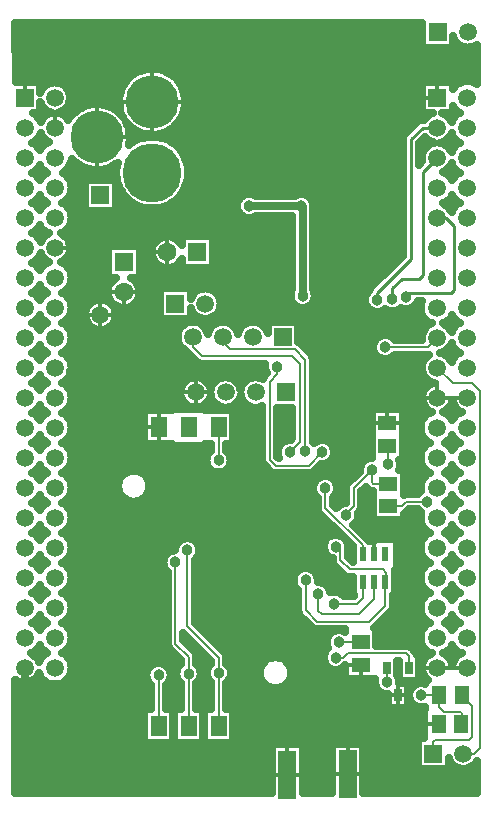
<source format=gbr>
G04 DipTrace 3.0.0.1*
G04 Bottom.gbr*
%MOIN*%
G04 #@! TF.FileFunction,Copper,L2,Bot*
G04 #@! TF.Part,Single*
G04 #@! TA.AperFunction,Conductor*
%ADD14C,0.008*%
G04 #@! TA.AperFunction,CopperBalancing*
%ADD17C,0.025*%
G04 #@! TA.AperFunction,Conductor*
%ADD18C,0.01*%
G04 #@! TA.AperFunction,CopperBalancing*
%ADD25C,0.012992*%
%ADD26R,0.059843X0.159843*%
G04 #@! TA.AperFunction,ComponentPad*
%ADD30R,0.062992X0.062992*%
%ADD31C,0.062992*%
%ADD32R,0.051181X0.059055*%
%ADD33R,0.059055X0.051181*%
G04 #@! TA.AperFunction,ComponentPad*
%ADD36R,0.059055X0.059055*%
%ADD37C,0.059055*%
%ADD38C,0.177165*%
%ADD39C,0.19685*%
%ADD41R,0.025591X0.041339*%
%ADD45R,0.055118X0.070866*%
%ADD48R,0.023622X0.047244*%
G04 #@! TA.AperFunction,ViaPad*
%ADD52C,0.038*%
%FSLAX26Y26*%
G04*
G70*
G90*
G75*
G01*
G04 Bottom*
%LPD*%
X712598Y799213D2*
D17*
Y763780D1*
X692913Y744094D1*
X484252D1*
X456693Y771654D1*
Y844882D1*
X457480Y845669D1*
X528701Y523701D2*
D14*
X703701D1*
X1668701Y1383898D2*
X1713898D1*
X1728701Y1398701D1*
X1798701D1*
X1668110Y1524016D2*
Y1583071D1*
X1666142Y1585039D1*
X1117323Y1947638D2*
Y1931102D1*
X1141732Y1906693D1*
X1358268D1*
X1392520Y1872441D1*
Y1566929D1*
X1017323Y1947638D2*
Y1914173D1*
X1047638Y1883858D1*
X1347638D1*
X1374803Y1856693D1*
Y1598031D1*
X1340945Y1564173D1*
X1576378Y930709D2*
X1504724D1*
X1204331Y2384252D2*
D17*
X1378740D1*
X1383465Y2084646D2*
Y2379528D1*
X1378740Y2384252D1*
X1832283Y2345669D2*
D18*
X1860236D1*
X1887795Y2318110D1*
Y2103543D1*
X1879134Y2094882D1*
X1742126D1*
X1728740Y2081496D1*
X1838898Y753701D2*
D14*
Y713504D1*
X1853701Y698701D1*
X1908701D1*
X1913701Y693701D1*
Y658701D1*
X1911299Y656299D1*
X1663701Y843701D2*
Y798701D1*
X1778701Y753701D2*
X1838898D1*
X1918701Y558701D2*
X1953701D1*
X1973701Y578701D1*
Y1768701D1*
X1948701Y1793701D1*
X1884252D1*
X1832283Y1845669D1*
X1658701Y1913701D2*
X1800315D1*
X1832283Y1945669D1*
X1818701Y558701D2*
Y598701D1*
X1823701Y603701D1*
X1938701D1*
X1948701Y613701D1*
Y718701D1*
X1913701Y753701D1*
X1493701Y878701D2*
X1518701D1*
X1533701Y893701D1*
X1728701D1*
X1738701Y883701D1*
Y843898D1*
X1738504Y843701D1*
X1613701Y1503701D2*
Y1463701D1*
X1618701Y1458701D1*
X1668701D1*
X1298701Y1848701D2*
Y1823701D1*
X1273701Y1798701D1*
Y1538701D1*
X1293701Y1518701D1*
X1403701D1*
X1448701Y1563701D1*
X1528701Y1353701D2*
X1523701D1*
X1553701Y1383701D1*
Y1443701D1*
X1613701Y1503701D1*
X1682677Y2072835D2*
D18*
Y2110236D1*
X1714173Y2141732D1*
X1772835D1*
X1785827Y2154724D1*
Y2499213D1*
X1832283Y2545669D1*
X1103150Y650787D2*
D14*
Y826772D1*
X1103937Y827559D1*
X1488583Y1059449D2*
X1564173D1*
X1583465Y1078740D1*
Y1131890D1*
X1583858Y1132283D1*
X998819Y1237402D2*
Y983465D1*
X1103937Y878346D1*
Y827559D1*
X1458701Y1443701D2*
Y1378701D1*
X1583858Y1253543D1*
Y1222835D1*
X1103150Y1646850D2*
Y1536614D1*
X1003150Y650787D2*
Y825197D1*
X1435039Y1090551D2*
Y1035433D1*
X1447638Y1022835D1*
X1570866D1*
X1622441Y1074409D1*
Y1131102D1*
X1621260Y1132283D1*
X959449Y1196457D2*
Y925591D1*
X1003150Y881890D1*
Y825197D1*
X903150Y650787D2*
Y820866D1*
X1393307Y1137008D2*
Y1037402D1*
X1432283Y998425D1*
X1605118D1*
X1659449Y1052756D1*
Y1131496D1*
X1658661Y1132283D1*
X1493701Y1248701D2*
X1508701D1*
Y1203898D1*
X1539764Y1172835D1*
X1649606D1*
X1660630Y1161811D1*
Y1134252D1*
X1658661Y1132283D1*
X1832283Y2645669D2*
D18*
X1783071D1*
X1744094Y2606693D1*
Y2208268D1*
X1631890Y2096063D1*
Y2071260D1*
D52*
X712598Y799213D3*
X528701Y523701D3*
X703701D3*
X1798701Y1398701D3*
X1668110Y1524016D3*
X1392520Y1566929D3*
X1340945Y1564173D3*
X1504724Y930709D3*
X1204331Y2384252D3*
X1378740D3*
X1383465Y2084646D3*
X1728740Y2081496D3*
X1663701Y798701D3*
X1778701Y753701D3*
X1658701Y1913701D3*
X1493701Y878701D3*
X1613701Y1503701D3*
X1298701Y1848701D3*
X1448701Y1563701D3*
X1528701Y1353701D3*
X1613701Y1503701D3*
X1682677Y2072835D3*
X1103937Y827559D3*
X1488583Y1059449D3*
X998819Y1237402D3*
X1458701Y1443701D3*
X1103150Y1536614D3*
X1003150Y825197D3*
X1435039Y1090551D3*
X959449Y1196457D3*
X903150Y820866D3*
X1393307Y1137008D3*
X1493701Y1248701D3*
X1631890Y2071260D3*
X1668110Y2785827D3*
X1468110Y2781102D3*
X1668110Y2585827D3*
X1468110Y2581102D3*
X1496063Y610236D3*
X1377953D3*
X1594488D3*
Y688976D3*
Y767717D3*
X1496063D3*
X1417323D3*
X1259843Y610236D3*
Y531496D3*
X1594488D3*
X1673228Y610236D3*
Y531496D3*
X1181102D3*
Y610236D3*
X846457Y1909449D3*
Y1850394D3*
X767717Y1909449D3*
X846457Y1692913D3*
X688976Y1909449D3*
X846457Y1771654D3*
X767717Y1535433D3*
X669291D3*
X767717Y1633858D3*
X669291D3*
X610236Y1909449D3*
Y1830709D3*
X1338583Y767717D3*
X1259843Y452756D3*
X1181102D3*
X1673228D3*
X1594488D3*
X428726Y2970190D2*
D17*
X1780318D1*
X428726Y2945322D2*
X1780318D1*
X428726Y2920453D2*
X1780318D1*
X1887367D2*
X1904390D1*
X428726Y2895584D2*
X1961079D1*
X428726Y2870715D2*
X1961079D1*
X428726Y2845846D2*
X1961079D1*
X428726Y2820978D2*
X814203D1*
X949575D2*
X1961079D1*
X511000Y2796109D2*
X547260D1*
X567690D2*
X789692D1*
X974087D2*
X1778755D1*
X1885806D2*
X1905415D1*
X604115Y2771240D2*
X776411D1*
X987367D2*
X1778755D1*
X611000Y2746371D2*
X770210D1*
X993570D2*
X1778755D1*
X604946Y2721503D2*
X669867D1*
X723794D2*
X769819D1*
X993959D2*
X1778755D1*
X511000Y2696634D2*
X540864D1*
X574087D2*
X621430D1*
X988539D2*
X1778755D1*
X1885806D2*
X1902680D1*
X976332Y2671765D2*
X1775971D1*
X953871Y2646896D2*
X1744331D1*
X809146Y2622028D2*
X1719966D1*
X488003Y2597159D2*
X532906D1*
X948891D2*
X1715083D1*
X1774526D2*
X1813959D1*
X1850600D2*
X1901752D1*
X976967Y2572290D2*
X1715083D1*
X1773110D2*
X1786274D1*
X992739Y2547421D2*
X1715083D1*
X611000Y2522552D2*
X633344D1*
X1001332D2*
X1715083D1*
X488882Y2497684D2*
X526070D1*
X588882D2*
X759467D1*
X1004311D2*
X1715083D1*
X1855580D2*
X1900874D1*
X608999Y2472815D2*
X761762D1*
X1002016D2*
X1715083D1*
X615932Y2447946D2*
X655512D1*
X994252D2*
X1715083D1*
X611244Y2423077D2*
X655512D1*
X762563D2*
X784223D1*
X979555D2*
X1190327D1*
X1218374D2*
X1364692D1*
X1392787D2*
X1715083D1*
X489760Y2398209D2*
X525239D1*
X589760D2*
X655512D1*
X762563D2*
X810054D1*
X953726D2*
X1163814D1*
X1419252D2*
X1715083D1*
X1864566D2*
X1900043D1*
X608706Y2373340D2*
X655512D1*
X762563D2*
X1162836D1*
X1420230D2*
X1715083D1*
X615932Y2348471D2*
X1182856D1*
X1225795D2*
X1346967D1*
X1419986D2*
X1715083D1*
X611490Y2323602D2*
X1346967D1*
X1419986D2*
X1715083D1*
X490542Y2298734D2*
X524408D1*
X590542D2*
X1346967D1*
X1419986D2*
X1715083D1*
X602504Y2273865D2*
X899408D1*
X965932D2*
X977192D1*
X1088150D2*
X1346967D1*
X1419986D2*
X1715083D1*
X610903Y2248996D2*
X731098D1*
X842104D2*
X880415D1*
X1088150D2*
X1346967D1*
X1419986D2*
X1715083D1*
X606215Y2224127D2*
X731098D1*
X842104D2*
X877583D1*
X1088150D2*
X1346967D1*
X1419986D2*
X1715083D1*
X491371Y2199259D2*
X533783D1*
X581167D2*
X731098D1*
X842104D2*
X887543D1*
X1088150D2*
X1346967D1*
X1419986D2*
X1695112D1*
X608071Y2174390D2*
X731098D1*
X842104D2*
X1346967D1*
X1419986D2*
X1670259D1*
X615883Y2149521D2*
X731098D1*
X842104D2*
X1346967D1*
X1419986D2*
X1645356D1*
X611928Y2124652D2*
X738764D1*
X834487D2*
X1346967D1*
X1419986D2*
X1620503D1*
X492104Y2099783D2*
X522846D1*
X592104D2*
X731196D1*
X842055D2*
X905171D1*
X1012222D2*
X1025923D1*
X1091470D2*
X1343403D1*
X1423550D2*
X1600630D1*
X607778Y2074915D2*
X736030D1*
X837172D2*
X905171D1*
X1109584D2*
X1341646D1*
X1425259D2*
X1589058D1*
X615835Y2050046D2*
X663911D1*
X813198D2*
X905171D1*
X1111490D2*
X1359907D1*
X1406996D2*
X1594867D1*
X1756752D2*
X1773920D1*
X612123Y2025177D2*
X655610D1*
X762466D2*
X905171D1*
X1099672D2*
X1777631D1*
X492836Y2000308D2*
X522114D1*
X592836D2*
X660395D1*
X757730D2*
X1796919D1*
X1867642D2*
X1896919D1*
X607436Y1975440D2*
X685786D1*
X732339D2*
X972016D1*
X1062612D2*
X1072035D1*
X1162612D2*
X1172035D1*
X1370864D2*
X1788324D1*
X615786Y1950571D2*
X963862D1*
X1370864D2*
X1639448D1*
X1677944D2*
X1778999D1*
X612319Y1925702D2*
X968744D1*
X1377748D2*
X1617524D1*
X493570Y1900833D2*
X521382D1*
X593570D2*
X993110D1*
X1402699D2*
X1617818D1*
X1859146D2*
X1896186D1*
X607094Y1875965D2*
X1016987D1*
X1420278D2*
X1641499D1*
X1675894D2*
X1788715D1*
X615738Y1851096D2*
X1255756D1*
X1420522D2*
X1779047D1*
X612514Y1826227D2*
X1262495D1*
X1420522D2*
X1782612D1*
X494252Y1801358D2*
X520698D1*
X594252D2*
X990230D1*
X1062514D2*
X1090230D1*
X1162514D2*
X1190230D1*
X1420522D2*
X1804487D1*
X606752Y1776490D2*
X974654D1*
X1420522D2*
X1789106D1*
X615688Y1751621D2*
X974115D1*
X1420522D2*
X1779096D1*
X612710Y1726752D2*
X987934D1*
X1064810D2*
X1087934D1*
X1164810D2*
X1187934D1*
X1420522D2*
X1782367D1*
X494936Y1701883D2*
X520014D1*
X594936D2*
X851606D1*
X1154702D2*
X1245698D1*
X1301723D2*
X1346822D1*
X1420522D2*
X1612592D1*
X1719692D2*
X1803559D1*
X1861000D2*
X1903559D1*
X606411Y1677014D2*
X851606D1*
X1154702D2*
X1245698D1*
X1301723D2*
X1346822D1*
X1420522D2*
X1612592D1*
X1719692D2*
X1783344D1*
X615639Y1652146D2*
X851606D1*
X1154702D2*
X1245698D1*
X1301723D2*
X1346822D1*
X1420522D2*
X1612592D1*
X1719692D2*
X1774115D1*
X612906Y1627277D2*
X851606D1*
X1154702D2*
X1245698D1*
X1301723D2*
X1346822D1*
X1420522D2*
X1612592D1*
X1719692D2*
X1776850D1*
X495571Y1602408D2*
X519379D1*
X595571D2*
X851606D1*
X1154702D2*
X1245698D1*
X1301723D2*
X1325092D1*
X1420522D2*
X1434303D1*
X1463100D2*
X1612592D1*
X1719692D2*
X1794184D1*
X1870375D2*
X1894184D1*
X606070Y1577539D2*
X1075142D1*
X1131167D2*
X1245698D1*
X1489272D2*
X1612592D1*
X1719692D2*
X1783735D1*
X615542Y1552671D2*
X1063471D1*
X1142836D2*
X1245698D1*
X1490151D2*
X1612592D1*
X1719692D2*
X1774214D1*
X613051Y1527802D2*
X1061127D1*
X1145180D2*
X1248139D1*
X1469936D2*
X1578656D1*
X1710951D2*
X1776703D1*
X496206Y1502933D2*
X518744D1*
X596206D2*
X1078168D1*
X1128139D2*
X1270894D1*
X1426479D2*
X1570698D1*
X1722231D2*
X1793550D1*
X1871010D2*
X1893550D1*
X605678Y1478064D2*
X773676D1*
X867251D2*
X1434760D1*
X1482631D2*
X1549507D1*
X1722231D2*
X1784076D1*
X615492Y1453196D2*
X766010D1*
X874916D2*
X1416840D1*
X1500551D2*
X1527534D1*
X1722231D2*
X1774262D1*
X613247Y1428327D2*
X771088D1*
X869887D2*
X1418744D1*
X1498647D2*
X1525678D1*
X1581703D2*
X1615180D1*
X1722231D2*
X1768598D1*
X496791Y1403458D2*
X518159D1*
X596791D2*
X796430D1*
X844496D2*
X1430707D1*
X1486684D2*
X1525678D1*
X1581703D2*
X1615180D1*
X1871596D2*
X1892963D1*
X605287Y1378589D2*
X1430707D1*
X1581167D2*
X1615180D1*
X615395Y1353720D2*
X1445112D1*
X1571694D2*
X1615180D1*
X1722231D2*
X1774360D1*
X613394Y1328852D2*
X1469966D1*
X1563198D2*
X1776362D1*
X497427Y1303983D2*
X517573D1*
X597427D2*
X1494867D1*
X1571987D2*
X1792378D1*
X1872182D2*
X1892378D1*
X604898Y1279114D2*
X1464448D1*
X1596840D2*
X1784858D1*
X615346Y1254245D2*
X959467D1*
X1038150D2*
X1451070D1*
X1536343D2*
X1544598D1*
X1699478D2*
X1774408D1*
X613588Y1229377D2*
X933344D1*
X1041030D2*
X1455610D1*
X1536684D2*
X1548070D1*
X1699478D2*
X1776167D1*
X497963Y1204508D2*
X516987D1*
X597963D2*
X917280D1*
X1026822D2*
X1480707D1*
X1699478D2*
X1791791D1*
X1872768D2*
X1891791D1*
X604507Y1179639D2*
X920112D1*
X1026822D2*
X1494379D1*
X1699478D2*
X1785248D1*
X615248Y1154770D2*
X931440D1*
X1026822D2*
X1354390D1*
X1432192D2*
X1519282D1*
X1694496D2*
X1774507D1*
X613735Y1129902D2*
X931440D1*
X1026822D2*
X1350923D1*
X1447134D2*
X1548042D1*
X1694496D2*
X1776020D1*
X498550Y1105033D2*
X516402D1*
X598550D2*
X931440D1*
X1026822D2*
X1365327D1*
X1475356D2*
X1548042D1*
X1694496D2*
X1791206D1*
X1873354D2*
X1891206D1*
X604115Y1080164D2*
X931440D1*
X1026822D2*
X1365327D1*
X1687466D2*
X1785639D1*
X615151Y1055295D2*
X931440D1*
X1026822D2*
X1365327D1*
X1687466D2*
X1774604D1*
X613882Y1030427D2*
X931440D1*
X1026822D2*
X1366303D1*
X1675698D2*
X1775874D1*
X499087Y1005558D2*
X515864D1*
X599087D2*
X931440D1*
X1026822D2*
X1386567D1*
X1650795D2*
X1790668D1*
X1873891D2*
X1890668D1*
X503726Y980689D2*
X511261D1*
X603726D2*
X931440D1*
X1040151D2*
X1411470D1*
X1625942D2*
X1786079D1*
X1878530D2*
X1886077D1*
X615054Y955820D2*
X931440D1*
X1065004D2*
X1470454D1*
X1629898D2*
X1774702D1*
X614028Y930951D2*
X931440D1*
X992642D2*
X1012787D1*
X1089907D2*
X1461714D1*
X1629898D2*
X1775727D1*
X499623Y906083D2*
X515327D1*
X599623D2*
X940375D1*
X1017543D2*
X1037642D1*
X1114760D2*
X1461371D1*
X1754898D2*
X1790131D1*
X1874428D2*
X1890131D1*
X496596Y881214D2*
X511664D1*
X603286D2*
X965278D1*
X1031167D2*
X1062495D1*
X1131752D2*
X1450776D1*
X1775307D2*
X1793159D1*
X1871402D2*
X1893159D1*
X614955Y856345D2*
X881098D1*
X925160D2*
X974751D1*
X1031558D2*
X1072944D1*
X1134927D2*
X1246332D1*
X1339467D2*
X1457416D1*
X614175Y831476D2*
X861567D1*
X944740D2*
X960656D1*
X1045668D2*
X1061160D1*
X1146743D2*
X1238471D1*
X1347328D2*
X1522846D1*
X492836Y806608D2*
X514839D1*
X600112D2*
X862739D1*
X943570D2*
X964692D1*
X1041615D2*
X1066791D1*
X1141079D2*
X1243354D1*
X1342446D2*
X1621479D1*
X1775307D2*
X1796967D1*
X428726Y781739D2*
X875142D1*
X931167D2*
X975142D1*
X1031167D2*
X1075142D1*
X1131167D2*
X1268159D1*
X1317642D2*
X1624408D1*
X1737906D2*
X1747004D1*
X428726Y756870D2*
X875142D1*
X931167D2*
X975142D1*
X1031167D2*
X1075142D1*
X1131167D2*
X1664302D1*
X428726Y732001D2*
X875142D1*
X931167D2*
X975142D1*
X1031167D2*
X1075142D1*
X1131167D2*
X1664302D1*
X428726Y707133D2*
X851606D1*
X1154702D2*
X1786908D1*
X428726Y682264D2*
X851606D1*
X1154702D2*
X1786908D1*
X428726Y657395D2*
X851606D1*
X1154702D2*
X1786908D1*
X428726Y632526D2*
X851606D1*
X1154702D2*
X1786908D1*
X428726Y607657D2*
X851606D1*
X1154702D2*
X1765180D1*
X428726Y582789D2*
X1278755D1*
X1386587D2*
X1479146D1*
X1586978D2*
X1765180D1*
X428726Y557920D2*
X1278755D1*
X1386587D2*
X1479146D1*
X1586978D2*
X1765180D1*
X428726Y533051D2*
X1278755D1*
X1386587D2*
X1479146D1*
X1586978D2*
X1765180D1*
X428726Y508182D2*
X1278755D1*
X1386587D2*
X1479146D1*
X1586978D2*
X1765180D1*
X1872231D2*
X1909028D1*
X1928386D2*
X1961079D1*
X428726Y483314D2*
X1278755D1*
X1386587D2*
X1479146D1*
X1586978D2*
X1961079D1*
X428726Y458445D2*
X1278755D1*
X1386587D2*
X1479146D1*
X1586978D2*
X1961079D1*
X428726Y433576D2*
X1278755D1*
X1386587D2*
X1479146D1*
X1586978D2*
X1961079D1*
X1717169Y1612745D2*
Y1537949D1*
X1706182D1*
X1708112Y1530352D1*
X1708610Y1524016D1*
X1708112Y1517680D1*
X1706629Y1511500D1*
X1704274Y1505798D1*
X1719728Y1505791D1*
Y1422539D1*
X1724711Y1423887D1*
X1728701Y1424201D1*
X1767226D1*
X1772398Y1429497D1*
X1777638Y1433287D1*
X1776437Y1441274D1*
Y1450064D1*
X1777811Y1458747D1*
X1780528Y1467108D1*
X1784518Y1474940D1*
X1789686Y1482051D1*
X1795902Y1488266D1*
X1803013Y1493434D1*
X1806852Y1495756D1*
X1799356Y1500348D1*
X1792672Y1506058D1*
X1786962Y1512741D1*
X1782370Y1520238D1*
X1779005Y1528358D1*
X1776954Y1536906D1*
X1776264Y1545669D1*
X1776954Y1554433D1*
X1779005Y1562980D1*
X1782370Y1571101D1*
X1786962Y1578597D1*
X1792672Y1585281D1*
X1799356Y1590991D1*
X1807022Y1595663D1*
X1799356Y1600348D1*
X1792672Y1606058D1*
X1786962Y1612741D1*
X1782370Y1620238D1*
X1779005Y1628358D1*
X1776954Y1636906D1*
X1776264Y1645669D1*
X1776954Y1654433D1*
X1779005Y1662980D1*
X1782370Y1671101D1*
X1786962Y1678597D1*
X1792672Y1685281D1*
X1799356Y1690991D1*
X1806852Y1695583D1*
X1813280Y1698323D1*
X1806227Y1701795D1*
X1800083Y1706084D1*
X1794633Y1711227D1*
X1789995Y1717113D1*
X1786269Y1723613D1*
X1783535Y1730591D1*
X1781852Y1737892D1*
X1781257Y1745361D1*
X1781762Y1752837D1*
X1783357Y1760159D1*
X1786007Y1767168D1*
X1789654Y1773714D1*
X1794220Y1779655D1*
X1799608Y1784862D1*
X1805701Y1789226D1*
X1812366Y1792650D1*
X1819461Y1795059D1*
X1822115Y1795668D1*
X1812756Y1798526D1*
X1805622Y1802161D1*
X1799144Y1806867D1*
X1793482Y1812530D1*
X1788776Y1819008D1*
X1785140Y1826142D1*
X1782665Y1833757D1*
X1781413Y1841665D1*
Y1849673D1*
X1782665Y1857581D1*
X1785140Y1865197D1*
X1788776Y1872331D1*
X1793482Y1878808D1*
X1799144Y1884471D1*
X1804749Y1888594D1*
X1800315Y1888201D1*
X1690207D1*
X1685004Y1882904D1*
X1679862Y1879169D1*
X1674199Y1876283D1*
X1668155Y1874320D1*
X1661878Y1873325D1*
X1655524D1*
X1649247Y1874320D1*
X1643202Y1876283D1*
X1637539Y1879169D1*
X1632398Y1882904D1*
X1627904Y1887398D1*
X1624169Y1892539D1*
X1621283Y1898202D1*
X1619320Y1904247D1*
X1618325Y1910524D1*
Y1916878D1*
X1619320Y1923155D1*
X1621283Y1929199D1*
X1624169Y1934862D1*
X1627904Y1940004D1*
X1632398Y1944497D1*
X1637539Y1948232D1*
X1643202Y1951118D1*
X1649247Y1953081D1*
X1655524Y1954076D1*
X1661878D1*
X1668155Y1953081D1*
X1674199Y1951118D1*
X1679862Y1948232D1*
X1685004Y1944497D1*
X1690135Y1939194D1*
X1781699Y1939201D1*
X1781256Y1945669D1*
X1781885Y1953652D1*
X1783753Y1961438D1*
X1786818Y1968836D1*
X1791001Y1975663D1*
X1796202Y1981751D1*
X1802290Y1986951D1*
X1809117Y1991135D1*
X1813240Y1992991D1*
X1806852Y1995756D1*
X1799356Y2000348D1*
X1792672Y2006058D1*
X1786962Y2012741D1*
X1782370Y2020238D1*
X1779005Y2028358D1*
X1776954Y2036906D1*
X1776264Y2045669D1*
X1776954Y2054433D1*
X1779005Y2062980D1*
X1781110Y2068371D1*
X1767073Y2068382D1*
X1763272Y2060335D1*
X1759537Y2055193D1*
X1755043Y2050699D1*
X1749902Y2046965D1*
X1744239Y2044079D1*
X1738194Y2042115D1*
X1731917Y2041121D1*
X1725563D1*
X1719286Y2042115D1*
X1711831Y2044730D1*
X1706483Y2040070D1*
X1701064Y2036749D1*
X1695193Y2034316D1*
X1689013Y2032833D1*
X1682677Y2032335D1*
X1676341Y2032833D1*
X1670161Y2034316D1*
X1664290Y2036749D1*
X1658277Y2040538D1*
X1653051Y2036728D1*
X1647388Y2033843D1*
X1641344Y2031879D1*
X1635067Y2030885D1*
X1628713D1*
X1622436Y2031879D1*
X1616391Y2033843D1*
X1610728Y2036728D1*
X1605587Y2040463D1*
X1601093Y2044957D1*
X1597358Y2050098D1*
X1594472Y2055761D1*
X1592509Y2061806D1*
X1591514Y2068083D1*
Y2074437D1*
X1592509Y2080714D1*
X1594472Y2086759D1*
X1597358Y2092421D1*
X1601093Y2097563D1*
X1606182Y2102525D1*
X1608278Y2108093D1*
X1611739Y2113273D1*
X1717594Y2219244D1*
X1717676Y2608772D1*
X1718891Y2614882D1*
X1721500Y2620539D1*
X1725356Y2625432D1*
X1767495Y2667108D1*
X1772929Y2670152D1*
X1778925Y2671843D1*
X1788686Y2672169D1*
X1793482Y2678808D1*
X1799144Y2684471D1*
X1805622Y2689177D1*
X1812756Y2692812D1*
X1818097Y2694646D1*
X1781256Y2694642D1*
Y2796697D1*
X1883311D1*
Y2772878D1*
X1886962Y2778597D1*
X1892672Y2785281D1*
X1899356Y2790991D1*
X1906852Y2795583D1*
X1914972Y2798948D1*
X1923520Y2800999D1*
X1932283Y2801689D1*
X1941047Y2800999D1*
X1949594Y2798948D1*
X1957715Y2795583D1*
X1963568Y2792088D1*
X1963563Y2922245D1*
X1957025Y2918314D1*
X1949627Y2915249D1*
X1941841Y2913381D1*
X1933858Y2912752D1*
X1925875Y2913381D1*
X1918089Y2915249D1*
X1910692Y2918314D1*
X1903865Y2922497D1*
X1897777Y2927698D1*
X1892576Y2933786D1*
X1888392Y2940613D1*
X1885328Y2948010D1*
X1884882Y2949593D1*
X1884886Y2912752D1*
X1782831D1*
Y2995028D1*
X426210Y2995059D1*
X426453Y2796697D1*
X508508D1*
Y2760008D1*
X512014Y2768836D1*
X516198Y2775663D1*
X521399Y2781751D1*
X527487Y2786951D1*
X534314Y2791135D1*
X541711Y2794199D1*
X549497Y2796068D1*
X557480Y2796697D1*
X565463Y2796068D1*
X573249Y2794199D1*
X580647Y2791135D1*
X587474Y2786951D1*
X593562Y2781751D1*
X598762Y2775663D1*
X602946Y2768836D1*
X606010Y2761438D1*
X607879Y2753652D1*
X608508Y2745669D1*
X607879Y2737686D1*
X606010Y2729900D1*
X602946Y2722503D1*
X598762Y2715676D1*
X593562Y2709588D1*
X587474Y2704387D1*
X580647Y2700203D1*
X573249Y2697139D1*
X567566Y2695688D1*
X574203Y2693878D1*
X581084Y2690909D1*
X587455Y2686965D1*
X593180Y2682130D1*
X598134Y2676509D1*
X602159Y2670315D1*
X609282Y2680882D1*
X617406Y2690375D1*
X626551Y2698886D1*
X636602Y2706306D1*
X647429Y2712539D1*
X658894Y2717505D1*
X670846Y2721140D1*
X683134Y2723398D1*
X695598Y2724249D1*
X708079Y2723682D1*
X720415Y2721705D1*
X732446Y2718343D1*
X744021Y2713638D1*
X754987Y2707652D1*
X765205Y2700463D1*
X774541Y2692163D1*
X782878Y2682857D1*
X784476Y2681010D1*
X779294Y2692379D1*
X775433Y2704260D1*
X772944Y2716503D1*
X771857Y2728949D1*
X772189Y2741438D1*
X773932Y2753808D1*
X777067Y2765903D1*
X781551Y2777563D1*
X787328Y2788640D1*
X794322Y2798992D1*
X802445Y2808486D1*
X811591Y2816996D1*
X821642Y2824416D1*
X832469Y2830650D1*
X843933Y2835615D1*
X855886Y2839251D1*
X868173Y2841508D1*
X880638Y2842360D1*
X893118Y2841793D1*
X905454Y2839815D1*
X917486Y2836453D1*
X929060Y2831748D1*
X940026Y2825762D1*
X950244Y2818573D1*
X959580Y2810273D1*
X967917Y2800967D1*
X975146Y2790778D1*
X981173Y2779835D1*
X985921Y2768280D1*
X989329Y2756260D1*
X991354Y2743932D1*
X991972Y2732283D1*
X991264Y2719810D1*
X989146Y2707497D1*
X985647Y2695504D1*
X980811Y2683986D1*
X974702Y2673088D1*
X967396Y2662953D1*
X958991Y2653710D1*
X949591Y2645480D1*
X939319Y2638369D1*
X928308Y2632466D1*
X916699Y2627849D1*
X904642Y2624577D1*
X892291Y2622693D1*
X879807Y2622220D1*
X867350Y2623165D1*
X855080Y2625516D1*
X843155Y2629240D1*
X831728Y2634294D1*
X820949Y2640608D1*
X810954Y2648104D1*
X801873Y2656684D1*
X793899Y2666136D1*
X799140Y2654856D1*
X803091Y2643003D1*
X805673Y2630780D1*
X806854Y2618343D1*
X806677Y2606678D1*
X805121Y2594283D1*
X803474Y2586798D1*
X811399Y2593084D1*
X819230Y2598316D1*
X827445Y2602917D1*
X835996Y2606860D1*
X844831Y2610118D1*
X853894Y2612675D1*
X863130Y2614512D1*
X872480Y2615618D1*
X881890Y2615988D1*
X891299Y2615618D1*
X900650Y2614512D1*
X909886Y2612675D1*
X918949Y2610118D1*
X927783Y2606860D1*
X936335Y2602917D1*
X944550Y2598316D1*
X952381Y2593084D1*
X959776Y2587255D1*
X966690Y2580864D1*
X973081Y2573949D1*
X978911Y2566554D1*
X984143Y2558723D1*
X988744Y2550508D1*
X992686Y2541957D1*
X995945Y2533122D1*
X998501Y2524059D1*
X1000339Y2514823D1*
X1001445Y2505472D1*
X1001815Y2496063D1*
X1001445Y2486654D1*
X1000339Y2477303D1*
X998501Y2468067D1*
X995945Y2459004D1*
X992686Y2450169D1*
X988744Y2441618D1*
X984143Y2433403D1*
X978911Y2425572D1*
X973081Y2418177D1*
X966690Y2411262D1*
X959776Y2404871D1*
X952381Y2399042D1*
X944550Y2393810D1*
X936335Y2389209D1*
X927783Y2385266D1*
X918949Y2382008D1*
X909886Y2379451D1*
X900650Y2377614D1*
X891299Y2376508D1*
X881890Y2376138D1*
X872480Y2376508D1*
X863130Y2377614D1*
X853894Y2379451D1*
X844831Y2382008D1*
X835996Y2385266D1*
X827445Y2389209D1*
X819230Y2393810D1*
X811399Y2399042D1*
X804004Y2404871D1*
X797089Y2411262D1*
X790698Y2418177D1*
X784869Y2425572D1*
X779636Y2433403D1*
X775035Y2441618D1*
X771093Y2450169D1*
X767835Y2459004D1*
X765278Y2468067D1*
X763441Y2477303D1*
X762335Y2486654D1*
X761965Y2496063D1*
X762335Y2505472D1*
X763441Y2514823D1*
X766706Y2529122D1*
X758486Y2522963D1*
X747753Y2516567D1*
X736366Y2511428D1*
X724470Y2507612D1*
X712218Y2505168D1*
X699768Y2504129D1*
X687280Y2504508D1*
X674916Y2506298D1*
X662833Y2509478D1*
X651190Y2514007D1*
X640135Y2519825D1*
X629810Y2526860D1*
X620348Y2535018D1*
X613402Y2542381D1*
X611953Y2532592D1*
X609236Y2524231D1*
X605245Y2516399D1*
X600077Y2509287D1*
X593862Y2503072D1*
X586751Y2497904D1*
X582912Y2495583D1*
X590408Y2490991D1*
X597092Y2485281D1*
X602802Y2478597D1*
X607394Y2471101D1*
X610759Y2462980D1*
X612810Y2454433D1*
X613500Y2445669D1*
X612810Y2436906D1*
X610759Y2428358D1*
X607394Y2420238D1*
X602802Y2412741D1*
X597092Y2406058D1*
X590408Y2400348D1*
X582741Y2395676D1*
X590408Y2390991D1*
X597092Y2385281D1*
X602802Y2378597D1*
X607394Y2371101D1*
X610759Y2362980D1*
X612810Y2354433D1*
X613500Y2345669D1*
X612810Y2336906D1*
X610759Y2328358D1*
X607394Y2320238D1*
X602802Y2312741D1*
X597092Y2306058D1*
X590408Y2300348D1*
X582912Y2295756D1*
X576484Y2293016D1*
X583272Y2289699D1*
X589441Y2285448D1*
X594923Y2280339D1*
X599596Y2274480D1*
X603361Y2268003D1*
X606136Y2261042D1*
X607864Y2253751D1*
X608508Y2245669D1*
X607958Y2238197D1*
X606319Y2230885D1*
X603627Y2223891D1*
X599940Y2217367D1*
X595337Y2211455D1*
X589919Y2206280D1*
X583801Y2201954D1*
X576541Y2198348D1*
X582912Y2195583D1*
X590408Y2190991D1*
X597092Y2185281D1*
X602802Y2178597D1*
X607394Y2171101D1*
X610759Y2162980D1*
X612810Y2154433D1*
X613500Y2145669D1*
X612810Y2136906D1*
X610759Y2128358D1*
X607394Y2120238D1*
X602802Y2112741D1*
X597092Y2106058D1*
X590408Y2100348D1*
X582741Y2095676D1*
X590408Y2090991D1*
X597092Y2085281D1*
X602802Y2078597D1*
X607394Y2071101D1*
X610759Y2062980D1*
X612810Y2054433D1*
X613500Y2045669D1*
X612810Y2036906D1*
X610759Y2028358D1*
X607394Y2020238D1*
X602802Y2012741D1*
X597092Y2006058D1*
X590408Y2000348D1*
X582741Y1995676D1*
X590408Y1990991D1*
X597092Y1985281D1*
X602802Y1978597D1*
X607394Y1971101D1*
X610759Y1962980D1*
X612810Y1954433D1*
X613500Y1945669D1*
X612810Y1936906D1*
X610759Y1928358D1*
X607394Y1920238D1*
X602802Y1912741D1*
X597092Y1906058D1*
X590408Y1900348D1*
X582741Y1895676D1*
X590408Y1890991D1*
X597092Y1885281D1*
X602802Y1878597D1*
X607394Y1871101D1*
X610759Y1862980D1*
X612810Y1854433D1*
X613500Y1845669D1*
X612810Y1836906D1*
X610759Y1828358D1*
X607394Y1820238D1*
X602802Y1812741D1*
X597092Y1806058D1*
X590408Y1800348D1*
X582741Y1795676D1*
X590408Y1790991D1*
X597092Y1785281D1*
X602802Y1778597D1*
X607394Y1771101D1*
X610759Y1762980D1*
X612810Y1754433D1*
X613500Y1745669D1*
X612810Y1736906D1*
X610759Y1728358D1*
X607394Y1720238D1*
X602802Y1712741D1*
X597092Y1706058D1*
X590408Y1700348D1*
X582741Y1695676D1*
X590408Y1690991D1*
X597092Y1685281D1*
X602802Y1678597D1*
X607394Y1671101D1*
X610759Y1662980D1*
X612810Y1654433D1*
X613500Y1645669D1*
X612810Y1636906D1*
X610759Y1628358D1*
X607394Y1620238D1*
X602802Y1612741D1*
X597092Y1606058D1*
X590408Y1600348D1*
X582741Y1595676D1*
X590408Y1590991D1*
X597092Y1585281D1*
X602802Y1578597D1*
X607394Y1571101D1*
X610759Y1562980D1*
X612810Y1554433D1*
X613500Y1545669D1*
X612810Y1536906D1*
X610759Y1528358D1*
X607394Y1520238D1*
X602802Y1512741D1*
X597092Y1506058D1*
X590408Y1500348D1*
X582741Y1495676D1*
X590408Y1490991D1*
X597092Y1485281D1*
X602802Y1478597D1*
X607394Y1471101D1*
X610759Y1462980D1*
X612810Y1454433D1*
X613500Y1445669D1*
X612810Y1436906D1*
X610759Y1428358D1*
X607394Y1420238D1*
X602802Y1412741D1*
X597092Y1406058D1*
X590408Y1400348D1*
X582741Y1395676D1*
X590408Y1390991D1*
X597092Y1385281D1*
X602802Y1378597D1*
X607394Y1371101D1*
X610759Y1362980D1*
X612810Y1354433D1*
X613500Y1345669D1*
X612810Y1336906D1*
X610759Y1328358D1*
X607394Y1320238D1*
X602802Y1312741D1*
X597092Y1306058D1*
X590408Y1300348D1*
X582741Y1295676D1*
X590408Y1290991D1*
X597092Y1285281D1*
X602802Y1278597D1*
X607394Y1271101D1*
X610759Y1262980D1*
X612810Y1254433D1*
X613500Y1245669D1*
X612810Y1236906D1*
X610759Y1228358D1*
X607394Y1220238D1*
X602802Y1212741D1*
X597092Y1206058D1*
X590408Y1200348D1*
X582741Y1195676D1*
X590408Y1190991D1*
X597092Y1185281D1*
X602802Y1178597D1*
X607394Y1171101D1*
X610759Y1162980D1*
X612810Y1154433D1*
X613500Y1145669D1*
X612810Y1136906D1*
X610759Y1128358D1*
X607394Y1120238D1*
X602802Y1112741D1*
X597092Y1106058D1*
X590408Y1100348D1*
X582741Y1095676D1*
X590408Y1090991D1*
X597092Y1085281D1*
X602802Y1078597D1*
X607394Y1071101D1*
X610759Y1062980D1*
X612810Y1054433D1*
X613500Y1045669D1*
X612810Y1036906D1*
X610759Y1028358D1*
X607394Y1020238D1*
X602802Y1012741D1*
X597092Y1006058D1*
X590408Y1000348D1*
X582741Y995676D1*
X590408Y990991D1*
X597092Y985281D1*
X602802Y978597D1*
X607394Y971101D1*
X610759Y962980D1*
X612810Y954433D1*
X613500Y945669D1*
X612810Y936906D1*
X610759Y928358D1*
X607394Y920238D1*
X602802Y912741D1*
X597092Y906058D1*
X590408Y900348D1*
X582741Y895676D1*
X590408Y890991D1*
X597092Y885281D1*
X602802Y878597D1*
X607394Y871101D1*
X610759Y862980D1*
X612810Y854433D1*
X613500Y845669D1*
X612810Y836906D1*
X610759Y828358D1*
X607394Y820238D1*
X602802Y812741D1*
X597092Y806058D1*
X590408Y800348D1*
X582912Y795756D1*
X574791Y792391D1*
X566244Y790340D1*
X557480Y789650D1*
X548717Y790340D1*
X540169Y792391D1*
X532049Y795756D1*
X524552Y800348D1*
X517869Y806058D1*
X512159Y812741D1*
X507567Y820238D1*
X504827Y826665D1*
X501276Y819482D1*
X496967Y813350D1*
X491808Y807915D1*
X485909Y803295D1*
X479398Y799588D1*
X472412Y796875D1*
X465105Y795215D1*
X457634Y794642D1*
X450160Y795169D1*
X442843Y796786D1*
X435841Y799457D1*
X429307Y803125D1*
X426199Y805374D1*
X426201Y426163D1*
X1281230Y426201D1*
X1281256Y590791D1*
X1384098D1*
Y426192D1*
X1481621Y426201D1*
X1481650Y592760D1*
X1584492D1*
Y426207D1*
X1963554Y426201D1*
X1963563Y534356D1*
X1959983Y528707D1*
X1954782Y522619D1*
X1948694Y517419D1*
X1941867Y513235D1*
X1934470Y510171D1*
X1926684Y508302D1*
X1918701Y507673D1*
X1910718Y508302D1*
X1902932Y510171D1*
X1895534Y513235D1*
X1888707Y517419D1*
X1882619Y522619D1*
X1877419Y528707D1*
X1873235Y535534D1*
X1870171Y542932D1*
X1869724Y544514D1*
X1869728Y507673D1*
X1767673D1*
Y609728D1*
X1789402D1*
X1789406Y707327D1*
X1791798D1*
X1791807Y715417D1*
X1785037Y713699D1*
X1778701Y713201D1*
X1772365Y713699D1*
X1766185Y715182D1*
X1760314Y717615D1*
X1754895Y720936D1*
X1750063Y725063D1*
X1745936Y729895D1*
X1742615Y735314D1*
X1740182Y741185D1*
X1738699Y747365D1*
X1738201Y753701D1*
X1738699Y760037D1*
X1740182Y766217D1*
X1742615Y772088D1*
X1745936Y777507D1*
X1750063Y782339D1*
X1754895Y786466D1*
X1760314Y789786D1*
X1766185Y792219D1*
X1772365Y793702D1*
X1778701Y794201D1*
X1785037Y793702D1*
X1791810Y791999D1*
X1791807Y804728D1*
X1801818D1*
X1796365Y809424D1*
X1791445Y815076D1*
X1787404Y821386D1*
X1784332Y828220D1*
X1782294Y835432D1*
X1781333Y842864D1*
X1781471Y850354D1*
X1782706Y857745D1*
X1785009Y864877D1*
X1788331Y871593D1*
X1792602Y877749D1*
X1797728Y883215D1*
X1803598Y887871D1*
X1810089Y891617D1*
X1813228Y892990D1*
X1806852Y895756D1*
X1799356Y900348D1*
X1792672Y906058D1*
X1786962Y912741D1*
X1782370Y920238D1*
X1779005Y928358D1*
X1776954Y936906D1*
X1776264Y945669D1*
X1776954Y954433D1*
X1779005Y962980D1*
X1782370Y971101D1*
X1786962Y978597D1*
X1792672Y985281D1*
X1799356Y990991D1*
X1807022Y995663D1*
X1799356Y1000348D1*
X1792672Y1006058D1*
X1786962Y1012741D1*
X1782370Y1020238D1*
X1779005Y1028358D1*
X1776954Y1036906D1*
X1776264Y1045669D1*
X1776954Y1054433D1*
X1779005Y1062980D1*
X1782370Y1071101D1*
X1786962Y1078597D1*
X1792672Y1085281D1*
X1799356Y1090991D1*
X1807022Y1095663D1*
X1799356Y1100348D1*
X1792672Y1106058D1*
X1786962Y1112741D1*
X1782370Y1120238D1*
X1779005Y1128358D1*
X1776954Y1136906D1*
X1776264Y1145669D1*
X1776954Y1154433D1*
X1779005Y1162980D1*
X1782370Y1171101D1*
X1786962Y1178597D1*
X1792672Y1185281D1*
X1799356Y1190991D1*
X1807022Y1195663D1*
X1799356Y1200348D1*
X1792672Y1206058D1*
X1786962Y1212741D1*
X1782370Y1220238D1*
X1779005Y1228358D1*
X1776954Y1236906D1*
X1776264Y1245669D1*
X1776954Y1254433D1*
X1779005Y1262980D1*
X1782370Y1271101D1*
X1786962Y1278597D1*
X1792672Y1285281D1*
X1799356Y1290991D1*
X1807022Y1295663D1*
X1799356Y1300348D1*
X1792672Y1306058D1*
X1786962Y1312741D1*
X1782370Y1320238D1*
X1779005Y1328358D1*
X1776954Y1336906D1*
X1776264Y1345669D1*
X1776954Y1354433D1*
X1779106Y1363255D1*
X1772398Y1367904D1*
X1767266Y1373207D1*
X1739277Y1373201D1*
X1728886Y1363268D1*
X1723656Y1360339D1*
X1719843Y1359101D1*
X1719728Y1336807D1*
X1617673D1*
X1617722Y1430988D1*
X1616699Y1433280D1*
X1610820Y1434449D1*
X1605377Y1436958D1*
X1600669Y1440669D1*
X1594306Y1447146D1*
X1587538Y1441475D1*
X1579217Y1433155D1*
X1579122Y1381699D1*
X1577953Y1375820D1*
X1575444Y1370377D1*
X1571732Y1365669D1*
X1568314Y1362252D1*
X1569201Y1353701D1*
X1568702Y1347365D1*
X1567219Y1341185D1*
X1564786Y1335314D1*
X1561466Y1329895D1*
X1557339Y1325063D1*
X1552516Y1320944D1*
X1604492Y1268525D1*
X1617169Y1267908D1*
X1620361Y1267957D1*
X1620358Y1272949D1*
X1696965D1*
Y1172720D1*
X1691936D1*
X1691972Y1087161D1*
X1684991D1*
X1684870Y1050755D1*
X1683701Y1044875D1*
X1681192Y1039432D1*
X1677480Y1034724D1*
X1621673Y979030D1*
X1625350Y977799D1*
X1627406D1*
Y919156D1*
X1730702Y919122D1*
X1736581Y917953D1*
X1742025Y915444D1*
X1746732Y911732D1*
X1759331Y898689D1*
X1762260Y893459D1*
X1763888Y887682D1*
X1766709Y885870D1*
X1772799D1*
Y801531D1*
X1704209D1*
Y868181D1*
X1697988Y868201D1*
X1698232Y819862D1*
X1701118Y814199D1*
X1703081Y808155D1*
X1704076Y801878D1*
X1704051Y795314D1*
X1735398Y795319D1*
Y710980D1*
X1666807D1*
Y758314D1*
X1660524Y758325D1*
X1654247Y759320D1*
X1648202Y761283D1*
X1642539Y764169D1*
X1637398Y767904D1*
X1632904Y772398D1*
X1629169Y777539D1*
X1626283Y783202D1*
X1624320Y789247D1*
X1623325Y795524D1*
Y801878D1*
X1624505Y808812D1*
X1525350Y808815D1*
Y853434D1*
X1520004Y847904D1*
X1514862Y844169D1*
X1509199Y841283D1*
X1503155Y839320D1*
X1496878Y838325D1*
X1490524D1*
X1484247Y839320D1*
X1478202Y841283D1*
X1472539Y844169D1*
X1467398Y847904D1*
X1462904Y852398D1*
X1459169Y857539D1*
X1456283Y863202D1*
X1454320Y869247D1*
X1453325Y875524D1*
Y881878D1*
X1454320Y888155D1*
X1456283Y894199D1*
X1459169Y899862D1*
X1462904Y905004D1*
X1467398Y909497D1*
X1469340Y911028D1*
X1466206Y918193D1*
X1464723Y924373D1*
X1464224Y930709D1*
X1464723Y937045D1*
X1466206Y943224D1*
X1468639Y949096D1*
X1471959Y954514D1*
X1476087Y959346D1*
X1480919Y963474D1*
X1486337Y966794D1*
X1492209Y969227D1*
X1498388Y970710D1*
X1504724Y971209D1*
X1511060Y970710D1*
X1517240Y969227D1*
X1523112Y966794D1*
X1525354Y965538D1*
X1525350Y972919D1*
X1430282Y973004D1*
X1424403Y974173D1*
X1418959Y976682D1*
X1414252Y980394D1*
X1372677Y1022413D1*
X1369748Y1027643D1*
X1368121Y1033412D1*
X1367807Y1037402D1*
Y1105517D1*
X1362510Y1110705D1*
X1358776Y1115846D1*
X1355890Y1121509D1*
X1353927Y1127554D1*
X1352932Y1133831D1*
Y1140185D1*
X1353927Y1146462D1*
X1355890Y1152507D1*
X1358776Y1158169D1*
X1362510Y1163311D1*
X1367004Y1167804D1*
X1372146Y1171539D1*
X1377808Y1174425D1*
X1383853Y1176388D1*
X1390130Y1177383D1*
X1396484D1*
X1402761Y1176388D1*
X1408806Y1174425D1*
X1414469Y1171539D1*
X1419610Y1167804D1*
X1424104Y1163311D1*
X1427839Y1158169D1*
X1430724Y1152507D1*
X1432688Y1146462D1*
X1433682Y1140185D1*
Y1133831D1*
X1433348Y1131005D1*
X1441375Y1130552D1*
X1447555Y1129070D1*
X1453427Y1126636D1*
X1458845Y1123316D1*
X1463677Y1119189D1*
X1467804Y1114357D1*
X1471125Y1108938D1*
X1473558Y1103067D1*
X1474903Y1097581D1*
X1482247Y1099450D1*
X1488583Y1099949D1*
X1494919Y1099450D1*
X1501098Y1097967D1*
X1506970Y1095534D1*
X1512388Y1092214D1*
X1517220Y1088087D1*
X1520017Y1084942D1*
X1553573Y1084949D1*
X1555844Y1087182D1*
X1550547Y1087161D1*
Y1147366D1*
X1535774Y1147648D1*
X1530005Y1149276D1*
X1524776Y1152205D1*
X1521732Y1154803D1*
X1488071Y1188909D1*
X1485142Y1194139D1*
X1483514Y1199908D1*
X1483201Y1209610D1*
X1478202Y1211283D1*
X1472539Y1214169D1*
X1467398Y1217904D1*
X1462904Y1222398D1*
X1459169Y1227539D1*
X1456283Y1233202D1*
X1454320Y1239247D1*
X1453325Y1245524D1*
Y1251878D1*
X1454320Y1258155D1*
X1456283Y1264199D1*
X1459169Y1269862D1*
X1462904Y1275004D1*
X1467398Y1279497D1*
X1472539Y1283232D1*
X1478202Y1286118D1*
X1484247Y1288081D1*
X1490524Y1289076D1*
X1496878D1*
X1503155Y1288081D1*
X1509199Y1286118D1*
X1514862Y1283232D1*
X1520004Y1279497D1*
X1524497Y1275004D1*
X1528232Y1269862D1*
X1531118Y1264199D1*
X1533081Y1258155D1*
X1534122Y1250699D1*
X1534201Y1214472D1*
X1550314Y1198348D1*
X1550547Y1227713D1*
Y1250808D1*
X1439310Y1362140D1*
X1435980Y1367123D1*
X1433906Y1372748D1*
X1433201Y1378701D1*
Y1412245D1*
X1427904Y1417398D1*
X1424169Y1422539D1*
X1421283Y1428202D1*
X1419320Y1434247D1*
X1418325Y1440524D1*
Y1446878D1*
X1419320Y1453155D1*
X1421283Y1459199D1*
X1424169Y1464862D1*
X1427904Y1470004D1*
X1432398Y1474497D1*
X1437539Y1478232D1*
X1443202Y1481118D1*
X1449247Y1483081D1*
X1455524Y1484076D1*
X1461878D1*
X1468155Y1483081D1*
X1474199Y1481118D1*
X1479862Y1478232D1*
X1485004Y1474497D1*
X1489497Y1470004D1*
X1493232Y1464862D1*
X1496118Y1459199D1*
X1498081Y1453155D1*
X1499076Y1446878D1*
Y1440524D1*
X1498081Y1434247D1*
X1496118Y1428202D1*
X1493232Y1422539D1*
X1489497Y1417398D1*
X1484194Y1412266D1*
X1484201Y1389257D1*
X1495963Y1377501D1*
X1500063Y1382339D1*
X1504895Y1386466D1*
X1510314Y1389786D1*
X1516185Y1392219D1*
X1522365Y1393702D1*
X1528117Y1394178D1*
X1528280Y1445702D1*
X1529449Y1451581D1*
X1531958Y1457025D1*
X1535669Y1461732D1*
X1573407Y1499470D1*
X1573325Y1506878D1*
X1574320Y1513155D1*
X1576283Y1519199D1*
X1579169Y1524862D1*
X1582904Y1530004D1*
X1587398Y1534497D1*
X1592539Y1538232D1*
X1598202Y1541118D1*
X1604247Y1543081D1*
X1610524Y1544076D1*
X1615104Y1544146D1*
X1615114Y1706933D1*
X1717169D1*
X1717160Y1612752D1*
X746118Y2250240D2*
X839610D1*
Y2144248D1*
X811046D1*
X817329Y2140432D1*
X823113Y2135668D1*
X828168Y2130135D1*
X832392Y2123946D1*
X835701Y2117222D1*
X838028Y2110098D1*
X839327Y2102718D1*
X839551Y2094745D1*
X838669Y2087303D1*
X836747Y2080060D1*
X833822Y2073161D1*
X829953Y2066743D1*
X825218Y2060936D1*
X819711Y2055853D1*
X813542Y2051598D1*
X806835Y2048257D1*
X799723Y2045895D1*
X792349Y2044559D1*
X784861Y2044277D1*
X777407Y2045054D1*
X770138Y2046874D1*
X763198Y2049702D1*
X756727Y2053480D1*
X750852Y2058133D1*
X745693Y2063568D1*
X741353Y2069677D1*
X737916Y2076336D1*
X735454Y2083415D1*
X734016Y2090768D1*
X733627Y2098252D1*
X734299Y2105715D1*
X736017Y2113009D1*
X738747Y2119988D1*
X742433Y2126513D1*
X747004Y2132451D1*
X752366Y2137686D1*
X758412Y2142113D1*
X762154Y2144244D1*
X733618Y2144248D1*
Y2250240D1*
X746118D1*
X992181Y2283705D2*
X1085673D1*
Y2177713D1*
X979681D1*
Y2206277D1*
X976016Y2200207D1*
X971281Y2194400D1*
X965774Y2189318D1*
X959605Y2185063D1*
X952898Y2181722D1*
X945786Y2179360D1*
X938412Y2178024D1*
X930924Y2177741D1*
X923470Y2178518D1*
X916201Y2180339D1*
X909261Y2183167D1*
X902790Y2186945D1*
X896915Y2191597D1*
X891756Y2197033D1*
X887416Y2203142D1*
X883979Y2209801D1*
X881517Y2216879D1*
X880079Y2224232D1*
X879690Y2231717D1*
X880362Y2239180D1*
X882080Y2246474D1*
X884810Y2253453D1*
X888496Y2259978D1*
X893067Y2265916D1*
X898429Y2271151D1*
X904475Y2275577D1*
X911087Y2279108D1*
X918129Y2281668D1*
X925462Y2283211D1*
X932940Y2283705D1*
X940411Y2283138D1*
X947730Y2281522D1*
X954745Y2278891D1*
X961322Y2275297D1*
X967324Y2270811D1*
X972634Y2265524D1*
X977144Y2259539D1*
X979685Y2255178D1*
X979681Y2283705D1*
X992181D1*
X1278795Y1998665D2*
X1368350D1*
Y1930159D1*
X1373256Y1927323D1*
X1376299Y1924724D1*
X1413150Y1887429D1*
X1416079Y1882199D1*
X1417706Y1876430D1*
X1418020Y1872441D1*
Y1598369D1*
X1422262Y1594371D1*
X1427539Y1598232D1*
X1433202Y1601118D1*
X1439247Y1603081D1*
X1445524Y1604076D1*
X1451878D1*
X1458155Y1603081D1*
X1464199Y1601118D1*
X1469862Y1598232D1*
X1475004Y1594497D1*
X1479497Y1590004D1*
X1483232Y1584862D1*
X1486118Y1579199D1*
X1488081Y1573155D1*
X1489076Y1566878D1*
Y1560524D1*
X1488081Y1554247D1*
X1486118Y1548202D1*
X1483232Y1542539D1*
X1479497Y1537398D1*
X1475004Y1532904D1*
X1469862Y1529169D1*
X1464199Y1526283D1*
X1458155Y1524320D1*
X1451878Y1523325D1*
X1444499Y1523446D1*
X1418689Y1498071D1*
X1413459Y1495142D1*
X1407690Y1493514D1*
X1403701Y1493201D1*
X1289711Y1493514D1*
X1283942Y1495142D1*
X1278713Y1498071D1*
X1275669Y1500669D1*
X1253071Y1523713D1*
X1250142Y1528942D1*
X1248514Y1534711D1*
X1248201Y1538701D1*
Y1716874D1*
X1242147Y1714462D1*
X1234361Y1712593D1*
X1226378Y1711965D1*
X1218395Y1712593D1*
X1210609Y1714462D1*
X1203211Y1717526D1*
X1196385Y1721710D1*
X1190297Y1726911D1*
X1185096Y1732999D1*
X1180912Y1739825D1*
X1177848Y1747223D1*
X1176396Y1752907D1*
X1173521Y1743465D1*
X1169886Y1736331D1*
X1165180Y1729853D1*
X1159517Y1724190D1*
X1153039Y1719484D1*
X1145906Y1715849D1*
X1138290Y1713374D1*
X1130382Y1712122D1*
X1122374D1*
X1114466Y1713374D1*
X1106850Y1715849D1*
X1099717Y1719484D1*
X1093239Y1724190D1*
X1087576Y1729853D1*
X1082870Y1736331D1*
X1079235Y1743465D1*
X1076760Y1751080D1*
X1076396Y1752907D1*
X1074434Y1745833D1*
X1071403Y1738980D1*
X1067400Y1732646D1*
X1062514Y1726965D1*
X1056848Y1722060D1*
X1050525Y1718039D1*
X1043682Y1714988D1*
X1036465Y1712971D1*
X1029030Y1712034D1*
X1021539Y1712194D1*
X1014152Y1713451D1*
X1007029Y1715776D1*
X1000322Y1719118D1*
X994177Y1723407D1*
X988727Y1728550D1*
X984089Y1734436D1*
X980364Y1740936D1*
X977630Y1747913D1*
X975946Y1755215D1*
X975352Y1762684D1*
X975857Y1770160D1*
X977451Y1777482D1*
X980101Y1784491D1*
X983748Y1791037D1*
X988315Y1796978D1*
X993702Y1802185D1*
X999795Y1806549D1*
X1006461Y1809972D1*
X1013555Y1812382D1*
X1020927Y1813727D1*
X1028416Y1813979D1*
X1035861Y1813131D1*
X1043101Y1811201D1*
X1049982Y1808232D1*
X1056353Y1804287D1*
X1062077Y1799453D1*
X1067031Y1793832D1*
X1071110Y1787546D1*
X1074223Y1780730D1*
X1076375Y1773157D1*
X1079235Y1782520D1*
X1082870Y1789654D1*
X1087576Y1796131D1*
X1093239Y1801794D1*
X1099717Y1806500D1*
X1106850Y1810135D1*
X1114466Y1812610D1*
X1122374Y1813862D1*
X1130382D1*
X1138290Y1812610D1*
X1145906Y1810135D1*
X1153039Y1806500D1*
X1159517Y1801794D1*
X1165180Y1796131D1*
X1169886Y1789654D1*
X1173521Y1782520D1*
X1175996Y1774904D1*
X1176360Y1773077D1*
X1179235Y1782520D1*
X1182870Y1789654D1*
X1187576Y1796131D1*
X1193239Y1801794D1*
X1199717Y1806500D1*
X1206850Y1810135D1*
X1214466Y1812610D1*
X1222374Y1813862D1*
X1230382D1*
X1238290Y1812610D1*
X1245906Y1810135D1*
X1250022Y1808190D1*
X1253071Y1813689D1*
X1255669Y1816732D1*
X1265096Y1826157D1*
X1261283Y1833202D1*
X1259320Y1839247D1*
X1258325Y1845524D1*
Y1851878D1*
X1259377Y1858358D1*
X1043648Y1858672D1*
X1037879Y1860299D1*
X1032650Y1863228D1*
X1029606Y1865827D1*
X996693Y1899185D1*
X994156Y1902172D1*
X987329Y1906356D1*
X981241Y1911556D1*
X976041Y1917644D1*
X971857Y1924471D1*
X968793Y1931869D1*
X966924Y1939655D1*
X966295Y1947638D1*
X966924Y1955621D1*
X968793Y1963407D1*
X971857Y1970804D1*
X976041Y1977631D1*
X981241Y1983719D1*
X987329Y1988920D1*
X994156Y1993104D1*
X1001554Y1996168D1*
X1009340Y1998037D1*
X1017323Y1998665D1*
X1025306Y1998037D1*
X1033092Y1996168D1*
X1040490Y1993104D1*
X1047316Y1988920D1*
X1053404Y1983719D1*
X1058605Y1977631D1*
X1062789Y1970804D1*
X1065853Y1963407D1*
X1067304Y1957723D1*
X1070180Y1967165D1*
X1073815Y1974299D1*
X1078521Y1980777D1*
X1084184Y1986440D1*
X1090661Y1991146D1*
X1097795Y1994781D1*
X1105411Y1997256D1*
X1113319Y1998508D1*
X1121327D1*
X1129235Y1997256D1*
X1136850Y1994781D1*
X1143984Y1991146D1*
X1150462Y1986440D1*
X1156125Y1980777D1*
X1160831Y1974299D1*
X1164466Y1967165D1*
X1166941Y1959550D1*
X1167304Y1957723D1*
X1170180Y1967165D1*
X1173815Y1974299D1*
X1178521Y1980777D1*
X1184184Y1986440D1*
X1190661Y1991146D1*
X1197795Y1994781D1*
X1205411Y1997256D1*
X1213319Y1998508D1*
X1221327D1*
X1229235Y1997256D1*
X1236850Y1994781D1*
X1243984Y1991146D1*
X1250462Y1986440D1*
X1256125Y1980777D1*
X1260831Y1974299D1*
X1264466Y1967165D1*
X1266299Y1961824D1*
X1266295Y1998665D1*
X1278795D1*
X1349329Y1711965D2*
X1299232D1*
X1299201Y1549238D1*
X1304265Y1544199D1*
X1304860Y1545786D1*
X1302427Y1551657D1*
X1300944Y1557837D1*
X1300445Y1564173D1*
X1300944Y1570509D1*
X1302427Y1576689D1*
X1304860Y1582560D1*
X1308180Y1587979D1*
X1312307Y1592811D1*
X1317139Y1596938D1*
X1322558Y1600259D1*
X1328429Y1602692D1*
X1334609Y1604175D1*
X1340945Y1604673D1*
X1345147Y1604428D1*
X1349303Y1610531D1*
Y1711948D1*
X856591Y1703783D2*
X949101D1*
X949098Y1708776D1*
X1057201D1*
Y1703747D1*
X1152209Y1703783D1*
Y1589917D1*
X1128625D1*
X1128650Y1568091D1*
X1133946Y1562917D1*
X1137681Y1557776D1*
X1140567Y1552113D1*
X1142530Y1546068D1*
X1143525Y1539791D1*
Y1533437D1*
X1142530Y1527160D1*
X1140567Y1521115D1*
X1137681Y1515453D1*
X1133946Y1510311D1*
X1129453Y1505818D1*
X1124311Y1502083D1*
X1118648Y1499197D1*
X1112604Y1497234D1*
X1106327Y1496239D1*
X1099972D1*
X1093696Y1497234D1*
X1087651Y1499197D1*
X1081988Y1502083D1*
X1076846Y1505818D1*
X1072353Y1510311D1*
X1068618Y1515453D1*
X1065732Y1521115D1*
X1063769Y1527160D1*
X1062774Y1533437D1*
Y1539791D1*
X1063769Y1546068D1*
X1065732Y1552113D1*
X1068618Y1557776D1*
X1072353Y1562917D1*
X1077656Y1568049D1*
X1077650Y1589886D1*
X1057202Y1589917D1*
X1057201Y1584925D1*
X949098D1*
Y1589954D1*
X854091Y1589917D1*
Y1703783D1*
X856591D1*
X1066591Y707720D2*
X1077675D1*
X1077634Y796762D1*
X1073140Y801256D1*
X1069406Y806398D1*
X1066520Y812060D1*
X1064556Y818105D1*
X1063562Y824382D1*
Y830736D1*
X1064556Y837013D1*
X1066520Y843058D1*
X1069406Y848720D1*
X1073140Y853862D1*
X1078444Y858993D1*
X1078437Y867744D1*
X984949Y961272D1*
Y936154D1*
X1023780Y896878D1*
X1026709Y891648D1*
X1028336Y885879D1*
X1028650Y881890D1*
Y856646D1*
X1033946Y851500D1*
X1037681Y846358D1*
X1040567Y840696D1*
X1042530Y834651D1*
X1043525Y828374D1*
Y822020D1*
X1042530Y815743D1*
X1040567Y809698D1*
X1037681Y804035D1*
X1033946Y798894D1*
X1028643Y793762D1*
X1028650Y707765D1*
X1052209Y707720D1*
Y593854D1*
X954091D1*
Y707720D1*
X977675D1*
X977650Y793707D1*
X972353Y798894D1*
X968618Y804035D1*
X965732Y809698D1*
X963769Y815743D1*
X962774Y822020D1*
Y828374D1*
X963769Y834651D1*
X965732Y840696D1*
X968618Y846358D1*
X972353Y851500D1*
X977656Y856631D1*
X977650Y871340D1*
X940059Y909030D1*
X936728Y914013D1*
X934654Y919638D1*
X933949Y925591D1*
Y1164995D1*
X928652Y1170154D1*
X924917Y1175295D1*
X922031Y1180958D1*
X920068Y1187003D1*
X919073Y1193280D1*
Y1199634D1*
X920068Y1205911D1*
X922031Y1211955D1*
X924917Y1217618D1*
X928652Y1222760D1*
X933146Y1227253D1*
X938287Y1230988D1*
X943950Y1233874D1*
X949995Y1235837D1*
X958319Y1236912D1*
X958818Y1243738D1*
X960301Y1249917D1*
X962734Y1255789D1*
X966054Y1261207D1*
X970181Y1266039D1*
X975013Y1270167D1*
X980432Y1273487D1*
X986303Y1275920D1*
X992483Y1277403D1*
X998819Y1277902D1*
X1005155Y1277403D1*
X1011335Y1275920D1*
X1017206Y1273487D1*
X1022625Y1270167D1*
X1027457Y1266039D1*
X1031584Y1261207D1*
X1034904Y1255789D1*
X1037337Y1249917D1*
X1038820Y1243738D1*
X1039319Y1237402D1*
X1038820Y1231066D1*
X1037337Y1224886D1*
X1034904Y1219014D1*
X1031584Y1213596D1*
X1027457Y1208764D1*
X1024312Y1205967D1*
X1024319Y993993D1*
X1123328Y894907D1*
X1126657Y889924D1*
X1128732Y884299D1*
X1129437Y878346D1*
Y859059D1*
X1134734Y853862D1*
X1138469Y848720D1*
X1141354Y843058D1*
X1143318Y837013D1*
X1144312Y830736D1*
Y824382D1*
X1143318Y818105D1*
X1141354Y812060D1*
X1138469Y806398D1*
X1134734Y801256D1*
X1128650Y795509D1*
Y707680D1*
X1152209Y707720D1*
Y593854D1*
X1054091D1*
Y707720D1*
X1066591D1*
X866591D2*
X877675D1*
X877650Y789411D1*
X872353Y794563D1*
X868618Y799705D1*
X865732Y805367D1*
X863769Y811412D1*
X862774Y817689D1*
Y824043D1*
X863769Y830320D1*
X865732Y836365D1*
X868618Y842028D1*
X872353Y847169D1*
X876846Y851663D1*
X881988Y855398D1*
X887651Y858283D1*
X893696Y860247D1*
X899972Y861241D1*
X906327D1*
X912604Y860247D1*
X918648Y858283D1*
X924311Y855398D1*
X929453Y851663D1*
X933946Y847169D1*
X937681Y842028D1*
X940567Y836365D1*
X942530Y830320D1*
X943525Y824043D1*
Y817689D1*
X942530Y811412D1*
X940567Y805367D1*
X937681Y799705D1*
X933946Y794563D1*
X928643Y789432D1*
X928650Y707731D1*
X952209Y707720D1*
Y593854D1*
X854091D1*
Y707720D1*
X866591D1*
X1344755Y824660D2*
X1343478Y816601D1*
X1340957Y808840D1*
X1337252Y801570D1*
X1332455Y794969D1*
X1326685Y789198D1*
X1320084Y784402D1*
X1312814Y780697D1*
X1305052Y778176D1*
X1296993Y776899D1*
X1288833D1*
X1280774Y778176D1*
X1273013Y780697D1*
X1265743Y784402D1*
X1259142Y789198D1*
X1253371Y794969D1*
X1248575Y801570D1*
X1244870Y808840D1*
X1242349Y816601D1*
X1241072Y824660D1*
Y832820D1*
X1242349Y840879D1*
X1244870Y848640D1*
X1248575Y855911D1*
X1253371Y862512D1*
X1259142Y868282D1*
X1265743Y873079D1*
X1273013Y876783D1*
X1280774Y879304D1*
X1288833Y880581D1*
X1296993D1*
X1305052Y879304D1*
X1312814Y876783D1*
X1320084Y873079D1*
X1326685Y868282D1*
X1332455Y862512D1*
X1337252Y855911D1*
X1340957Y848640D1*
X1343478Y840879D1*
X1344755Y832820D1*
Y824660D1*
X872314Y1446707D2*
X871037Y1438648D1*
X868516Y1430887D1*
X864811Y1423617D1*
X860014Y1417016D1*
X854244Y1411245D1*
X847643Y1406449D1*
X840373Y1402744D1*
X832612Y1400223D1*
X824552Y1398946D1*
X816392D1*
X808333Y1400223D1*
X800572Y1402744D1*
X793302Y1406449D1*
X786701Y1411245D1*
X780930Y1417016D1*
X776134Y1423617D1*
X772429Y1430887D1*
X769908Y1438648D1*
X768631Y1446707D1*
Y1454867D1*
X769908Y1462927D1*
X772429Y1470688D1*
X776134Y1477958D1*
X780930Y1484559D1*
X786701Y1490329D1*
X793302Y1495126D1*
X800572Y1498831D1*
X808333Y1501352D1*
X816392Y1502629D1*
X824552D1*
X832612Y1501352D1*
X840373Y1498831D1*
X847643Y1495126D1*
X854244Y1490329D1*
X860014Y1484559D1*
X864811Y1477958D1*
X868516Y1470688D1*
X871037Y1462927D1*
X872314Y1454867D1*
Y1446707D1*
X670528Y2470713D2*
X760083D1*
Y2368657D1*
X658028D1*
Y2470713D1*
X670528D1*
X760021Y2019549D2*
X759106Y2012112D1*
X757112Y2004888D1*
X754080Y1998035D1*
X750077Y1991701D1*
X745192Y1986020D1*
X739525Y1981115D1*
X733202Y1977094D1*
X726360Y1974043D1*
X719142Y1972026D1*
X711707Y1971089D1*
X704217Y1971249D1*
X696829Y1972507D1*
X689706Y1974831D1*
X682999Y1978173D1*
X676854Y1982462D1*
X671404Y1987605D1*
X666766Y1993491D1*
X663041Y1999991D1*
X660307Y2006969D1*
X658623Y2014270D1*
X658029Y2021739D1*
X658534Y2029215D1*
X660129Y2036537D1*
X662778Y2043546D1*
X666425Y2050092D1*
X670992Y2056033D1*
X676379Y2061240D1*
X682472Y2065604D1*
X689138Y2069028D1*
X696232Y2071437D1*
X703604Y2072782D1*
X711093Y2073034D1*
X718538Y2072186D1*
X725778Y2070256D1*
X732659Y2067287D1*
X739030Y2063343D1*
X744755Y2058508D1*
X749709Y2052887D1*
X753787Y2046601D1*
X756900Y2039785D1*
X758983Y2032587D1*
X759988Y2025161D1*
X760021Y2019549D1*
X1883311Y2718465D2*
Y2694642D1*
X1846622D1*
X1855450Y2691135D1*
X1862277Y2686951D1*
X1868365Y2681751D1*
X1873566Y2675663D1*
X1877749Y2668836D1*
X1879605Y2664713D1*
X1882370Y2671101D1*
X1886962Y2678597D1*
X1892672Y2685281D1*
X1899356Y2690991D1*
X1907022Y2695663D1*
X1899356Y2700348D1*
X1892672Y2706058D1*
X1886962Y2712741D1*
X1883319Y2718543D1*
X1879605Y2626626D2*
X1875791Y2619008D1*
X1871085Y2612530D1*
X1865423Y2606867D1*
X1858945Y2602161D1*
X1851811Y2598526D1*
X1844196Y2596051D1*
X1842369Y2595688D1*
X1851811Y2592812D1*
X1858945Y2589177D1*
X1865423Y2584471D1*
X1871085Y2578808D1*
X1875791Y2572331D1*
X1879605Y2564713D1*
X1882370Y2571101D1*
X1886962Y2578597D1*
X1892672Y2585281D1*
X1899356Y2590991D1*
X1907022Y2595663D1*
X1899356Y2600348D1*
X1892672Y2606058D1*
X1886962Y2612741D1*
X1882370Y2620238D1*
X1879630Y2626665D1*
X1822198Y2595688D2*
X1816514Y2597139D1*
X1809117Y2600203D1*
X1802290Y2604387D1*
X1796202Y2609588D1*
X1790819Y2615949D1*
X1770563Y2595684D1*
X1770594Y2521488D1*
X1782665Y2533757D1*
X1781413Y2541665D1*
Y2549673D1*
X1782665Y2557581D1*
X1785140Y2565197D1*
X1788776Y2572331D1*
X1793482Y2578808D1*
X1799144Y2584471D1*
X1805622Y2589177D1*
X1812756Y2592812D1*
X1820371Y2595287D1*
X1822198Y2595651D1*
X1879605Y2526626D2*
X1875791Y2519008D1*
X1871085Y2512530D1*
X1865423Y2506867D1*
X1858945Y2502161D1*
X1851327Y2498348D1*
X1857715Y2495583D1*
X1865211Y2490991D1*
X1871895Y2485281D1*
X1877605Y2478597D1*
X1882277Y2470930D1*
X1886962Y2478597D1*
X1892672Y2485281D1*
X1899356Y2490991D1*
X1907022Y2495663D1*
X1899356Y2500348D1*
X1892672Y2506058D1*
X1886962Y2512741D1*
X1882370Y2520238D1*
X1879630Y2526665D1*
X1882277Y2420408D2*
X1877605Y2412741D1*
X1871895Y2406058D1*
X1865211Y2400348D1*
X1857715Y2395756D1*
X1851287Y2393016D1*
X1858945Y2389177D1*
X1865423Y2384471D1*
X1871085Y2378808D1*
X1875791Y2372331D1*
X1879605Y2364713D1*
X1882370Y2371101D1*
X1886962Y2378597D1*
X1892672Y2385281D1*
X1899356Y2390991D1*
X1907022Y2395663D1*
X1899356Y2400348D1*
X1892672Y2406058D1*
X1886962Y2412741D1*
X1882290Y2420408D1*
X1882277Y2020408D2*
X1877605Y2012741D1*
X1871895Y2006058D1*
X1865211Y2000348D1*
X1857715Y1995756D1*
X1851287Y1993016D1*
X1858945Y1989177D1*
X1865423Y1984471D1*
X1871085Y1978808D1*
X1875791Y1972331D1*
X1879605Y1964713D1*
X1882370Y1971101D1*
X1886962Y1978597D1*
X1892672Y1985281D1*
X1899356Y1990991D1*
X1907022Y1995663D1*
X1899356Y2000348D1*
X1892672Y2006058D1*
X1886962Y2012741D1*
X1882290Y2020408D1*
X1879605Y1926626D2*
X1875791Y1919008D1*
X1871085Y1912530D1*
X1865423Y1906867D1*
X1858945Y1902161D1*
X1851811Y1898526D1*
X1844196Y1896051D1*
X1842369Y1895688D1*
X1851811Y1892812D1*
X1858945Y1889177D1*
X1865423Y1884471D1*
X1871085Y1878808D1*
X1875791Y1872331D1*
X1879605Y1864713D1*
X1882370Y1871101D1*
X1886962Y1878597D1*
X1892672Y1885281D1*
X1899356Y1890991D1*
X1907022Y1895663D1*
X1899356Y1900348D1*
X1892672Y1906058D1*
X1886962Y1912741D1*
X1882370Y1920238D1*
X1879630Y1926665D1*
X1882281Y1735495D2*
X1880340Y1728510D1*
X1877308Y1721657D1*
X1873306Y1715323D1*
X1868420Y1709642D1*
X1862753Y1704738D1*
X1856430Y1700717D1*
X1851344Y1698348D1*
X1857715Y1695583D1*
X1865211Y1690991D1*
X1871895Y1685281D1*
X1877605Y1678597D1*
X1882277Y1670930D1*
X1886962Y1678597D1*
X1892672Y1685281D1*
X1899356Y1690991D1*
X1906852Y1695583D1*
X1913280Y1698323D1*
X1906227Y1701795D1*
X1900083Y1706084D1*
X1894633Y1711227D1*
X1889995Y1717113D1*
X1886269Y1723613D1*
X1883535Y1730591D1*
X1882285Y1735479D1*
X1882277Y1620408D2*
X1877605Y1612741D1*
X1871895Y1606058D1*
X1865211Y1600348D1*
X1857545Y1595676D1*
X1865211Y1590991D1*
X1871895Y1585281D1*
X1877605Y1578597D1*
X1882277Y1570930D1*
X1886962Y1578597D1*
X1892672Y1585281D1*
X1899356Y1590991D1*
X1907022Y1595663D1*
X1899356Y1600348D1*
X1892672Y1606058D1*
X1886962Y1612741D1*
X1882290Y1620408D1*
X1882277Y1520408D2*
X1877605Y1512741D1*
X1871895Y1506058D1*
X1865211Y1500348D1*
X1857545Y1495676D1*
X1865211Y1490991D1*
X1871895Y1485281D1*
X1877605Y1478597D1*
X1882277Y1470930D1*
X1886962Y1478597D1*
X1892672Y1485281D1*
X1899356Y1490991D1*
X1907022Y1495663D1*
X1899356Y1500348D1*
X1892672Y1506058D1*
X1886962Y1512741D1*
X1882290Y1520408D1*
X1882277Y1420408D2*
X1877605Y1412741D1*
X1871895Y1406058D1*
X1865211Y1400348D1*
X1857545Y1395676D1*
X1865211Y1390991D1*
X1871895Y1385281D1*
X1877605Y1378597D1*
X1882277Y1370930D1*
X1886962Y1378597D1*
X1892672Y1385281D1*
X1899356Y1390991D1*
X1907022Y1395663D1*
X1899356Y1400348D1*
X1892672Y1406058D1*
X1886962Y1412741D1*
X1882290Y1420408D1*
X1882277Y1320408D2*
X1877605Y1312741D1*
X1871895Y1306058D1*
X1865211Y1300348D1*
X1857545Y1295676D1*
X1865211Y1290991D1*
X1871895Y1285281D1*
X1877605Y1278597D1*
X1882277Y1270930D1*
X1886962Y1278597D1*
X1892672Y1285281D1*
X1899356Y1290991D1*
X1907022Y1295663D1*
X1899356Y1300348D1*
X1892672Y1306058D1*
X1886962Y1312741D1*
X1882290Y1320408D1*
X1882277Y1220408D2*
X1877605Y1212741D1*
X1871895Y1206058D1*
X1865211Y1200348D1*
X1857545Y1195676D1*
X1865211Y1190991D1*
X1871895Y1185281D1*
X1877605Y1178597D1*
X1882277Y1170930D1*
X1886962Y1178597D1*
X1892672Y1185281D1*
X1899356Y1190991D1*
X1907022Y1195663D1*
X1899356Y1200348D1*
X1892672Y1206058D1*
X1886962Y1212741D1*
X1882290Y1220408D1*
X1882277Y1120408D2*
X1877605Y1112741D1*
X1871895Y1106058D1*
X1865211Y1100348D1*
X1857545Y1095676D1*
X1865211Y1090991D1*
X1871895Y1085281D1*
X1877605Y1078597D1*
X1882277Y1070930D1*
X1886962Y1078597D1*
X1892672Y1085281D1*
X1899356Y1090991D1*
X1907022Y1095663D1*
X1899356Y1100348D1*
X1892672Y1106058D1*
X1886962Y1112741D1*
X1882290Y1120408D1*
X1882277Y1020408D2*
X1877605Y1012741D1*
X1871895Y1006058D1*
X1865211Y1000348D1*
X1857545Y995676D1*
X1865211Y990991D1*
X1871895Y985281D1*
X1877605Y978597D1*
X1882277Y970930D1*
X1886962Y978597D1*
X1892672Y985281D1*
X1899356Y990991D1*
X1907022Y995663D1*
X1899356Y1000348D1*
X1892672Y1006058D1*
X1886962Y1012741D1*
X1882290Y1020408D1*
X1882277Y920408D2*
X1877605Y912741D1*
X1871895Y906058D1*
X1865211Y900348D1*
X1857715Y895756D1*
X1851287Y893016D1*
X1858075Y889699D1*
X1864244Y885448D1*
X1869726Y880339D1*
X1874399Y874480D1*
X1878164Y868003D1*
X1880940Y861042D1*
X1882281Y855835D1*
X1884125Y862538D1*
X1887114Y869409D1*
X1891079Y875768D1*
X1895930Y881478D1*
X1901567Y886416D1*
X1907865Y890475D1*
X1913228Y892990D1*
X1906852Y895756D1*
X1899356Y900348D1*
X1892672Y906058D1*
X1886962Y912741D1*
X1882290Y920408D1*
X508508Y2731336D2*
Y2694642D1*
X484689D1*
X490408Y2690991D1*
X497092Y2685281D1*
X502802Y2678597D1*
X507394Y2671101D1*
X510206Y2664877D1*
X513528Y2671593D1*
X517799Y2677749D1*
X522925Y2683215D1*
X528795Y2687871D1*
X535286Y2691617D1*
X542255Y2694373D1*
X547312Y2695668D1*
X537953Y2698526D1*
X530819Y2702161D1*
X524341Y2706867D1*
X518678Y2712530D1*
X513972Y2719008D1*
X510337Y2726142D1*
X508504Y2731483D1*
X510134Y2626665D2*
X507394Y2620238D1*
X502802Y2612741D1*
X497092Y2606058D1*
X490408Y2600348D1*
X482741Y2595676D1*
X490408Y2590991D1*
X497092Y2585281D1*
X502802Y2578597D1*
X507474Y2570930D1*
X512159Y2578597D1*
X517869Y2585281D1*
X524552Y2590991D1*
X532049Y2595583D1*
X538476Y2598323D1*
X531424Y2601795D1*
X525280Y2606084D1*
X519829Y2611227D1*
X515192Y2617113D1*
X511466Y2623613D1*
X510159Y2626612D1*
X507474Y2520408D2*
X502802Y2512741D1*
X497092Y2506058D1*
X490408Y2500348D1*
X482741Y2495676D1*
X490408Y2490991D1*
X497092Y2485281D1*
X502802Y2478597D1*
X507474Y2470930D1*
X512159Y2478597D1*
X517869Y2485281D1*
X524552Y2490991D1*
X532219Y2495663D1*
X524552Y2500348D1*
X517869Y2506058D1*
X512159Y2512741D1*
X507487Y2520408D1*
X507474Y2420408D2*
X502802Y2412741D1*
X497092Y2406058D1*
X490408Y2400348D1*
X482741Y2395676D1*
X490408Y2390991D1*
X497092Y2385281D1*
X502802Y2378597D1*
X507474Y2370930D1*
X512159Y2378597D1*
X517869Y2385281D1*
X524552Y2390991D1*
X532219Y2395663D1*
X524552Y2400348D1*
X517869Y2406058D1*
X512159Y2412741D1*
X507487Y2420408D1*
X507474Y2320408D2*
X502802Y2312741D1*
X497092Y2306058D1*
X490408Y2300348D1*
X482741Y2295676D1*
X490408Y2290991D1*
X497092Y2285281D1*
X502802Y2278597D1*
X507394Y2271101D1*
X510206Y2264877D1*
X513528Y2271593D1*
X517799Y2277749D1*
X522925Y2283215D1*
X528795Y2287871D1*
X535286Y2291617D1*
X538425Y2292990D1*
X532049Y2295756D1*
X524552Y2300348D1*
X517869Y2306058D1*
X512159Y2312741D1*
X507487Y2320408D1*
X510134Y2226665D2*
X507394Y2220238D1*
X502802Y2212741D1*
X497092Y2206058D1*
X490408Y2200348D1*
X482741Y2195676D1*
X490408Y2190991D1*
X497092Y2185281D1*
X502802Y2178597D1*
X507474Y2170930D1*
X512159Y2178597D1*
X517869Y2185281D1*
X524552Y2190991D1*
X532049Y2195583D1*
X538476Y2198323D1*
X531424Y2201795D1*
X525280Y2206084D1*
X519829Y2211227D1*
X515192Y2217113D1*
X511466Y2223613D1*
X510159Y2226612D1*
X507474Y2120408D2*
X502802Y2112741D1*
X497092Y2106058D1*
X490408Y2100348D1*
X482741Y2095676D1*
X490408Y2090991D1*
X497092Y2085281D1*
X502802Y2078597D1*
X507474Y2070930D1*
X512159Y2078597D1*
X517869Y2085281D1*
X524552Y2090991D1*
X532219Y2095663D1*
X524552Y2100348D1*
X517869Y2106058D1*
X512159Y2112741D1*
X507487Y2120408D1*
X507474Y2020408D2*
X502802Y2012741D1*
X497092Y2006058D1*
X490408Y2000348D1*
X482741Y1995676D1*
X490408Y1990991D1*
X497092Y1985281D1*
X502802Y1978597D1*
X507474Y1970930D1*
X512159Y1978597D1*
X517869Y1985281D1*
X524552Y1990991D1*
X532219Y1995663D1*
X524552Y2000348D1*
X517869Y2006058D1*
X512159Y2012741D1*
X507487Y2020408D1*
X507474Y1920408D2*
X502802Y1912741D1*
X497092Y1906058D1*
X490408Y1900348D1*
X482741Y1895676D1*
X490408Y1890991D1*
X497092Y1885281D1*
X502802Y1878597D1*
X507474Y1870930D1*
X512159Y1878597D1*
X517869Y1885281D1*
X524552Y1890991D1*
X532219Y1895663D1*
X524552Y1900348D1*
X517869Y1906058D1*
X512159Y1912741D1*
X507487Y1920408D1*
X507474Y1820408D2*
X502802Y1812741D1*
X497092Y1806058D1*
X490408Y1800348D1*
X482741Y1795676D1*
X490408Y1790991D1*
X497092Y1785281D1*
X502802Y1778597D1*
X507474Y1770930D1*
X512159Y1778597D1*
X517869Y1785281D1*
X524552Y1790991D1*
X532219Y1795663D1*
X524552Y1800348D1*
X517869Y1806058D1*
X512159Y1812741D1*
X507487Y1820408D1*
X507474Y1720408D2*
X502802Y1712741D1*
X497092Y1706058D1*
X490408Y1700348D1*
X482741Y1695676D1*
X490408Y1690991D1*
X497092Y1685281D1*
X502802Y1678597D1*
X507474Y1670930D1*
X512159Y1678597D1*
X517869Y1685281D1*
X524552Y1690991D1*
X532219Y1695663D1*
X524552Y1700348D1*
X517869Y1706058D1*
X512159Y1712741D1*
X507487Y1720408D1*
X507474Y1620408D2*
X502802Y1612741D1*
X497092Y1606058D1*
X490408Y1600348D1*
X482741Y1595676D1*
X490408Y1590991D1*
X497092Y1585281D1*
X502802Y1578597D1*
X507474Y1570930D1*
X512159Y1578597D1*
X517869Y1585281D1*
X524552Y1590991D1*
X532219Y1595663D1*
X524552Y1600348D1*
X517869Y1606058D1*
X512159Y1612741D1*
X507487Y1620408D1*
X507474Y1520408D2*
X502802Y1512741D1*
X497092Y1506058D1*
X490408Y1500348D1*
X482741Y1495676D1*
X490408Y1490991D1*
X497092Y1485281D1*
X502802Y1478597D1*
X507474Y1470930D1*
X512159Y1478597D1*
X517869Y1485281D1*
X524552Y1490991D1*
X532219Y1495663D1*
X524552Y1500348D1*
X517869Y1506058D1*
X512159Y1512741D1*
X507487Y1520408D1*
X507474Y1420408D2*
X502802Y1412741D1*
X497092Y1406058D1*
X490408Y1400348D1*
X482741Y1395676D1*
X490408Y1390991D1*
X497092Y1385281D1*
X502802Y1378597D1*
X507474Y1370930D1*
X512159Y1378597D1*
X517869Y1385281D1*
X524552Y1390991D1*
X532219Y1395663D1*
X524552Y1400348D1*
X517869Y1406058D1*
X512159Y1412741D1*
X507487Y1420408D1*
X507474Y1320408D2*
X502802Y1312741D1*
X497092Y1306058D1*
X490408Y1300348D1*
X482741Y1295676D1*
X490408Y1290991D1*
X497092Y1285281D1*
X502802Y1278597D1*
X507474Y1270930D1*
X512159Y1278597D1*
X517869Y1285281D1*
X524552Y1290991D1*
X532219Y1295663D1*
X524552Y1300348D1*
X517869Y1306058D1*
X512159Y1312741D1*
X507487Y1320408D1*
X507474Y1220408D2*
X502802Y1212741D1*
X497092Y1206058D1*
X490408Y1200348D1*
X482741Y1195676D1*
X490408Y1190991D1*
X497092Y1185281D1*
X502802Y1178597D1*
X507474Y1170930D1*
X512159Y1178597D1*
X517869Y1185281D1*
X524552Y1190991D1*
X532219Y1195663D1*
X524552Y1200348D1*
X517869Y1206058D1*
X512159Y1212741D1*
X507487Y1220408D1*
X507474Y1120408D2*
X502802Y1112741D1*
X497092Y1106058D1*
X490408Y1100348D1*
X482741Y1095676D1*
X490408Y1090991D1*
X497092Y1085281D1*
X502802Y1078597D1*
X507474Y1070930D1*
X512159Y1078597D1*
X517869Y1085281D1*
X524552Y1090991D1*
X532219Y1095663D1*
X524552Y1100348D1*
X517869Y1106058D1*
X512159Y1112741D1*
X507487Y1120408D1*
X507474Y1020408D2*
X502802Y1012741D1*
X497092Y1006058D1*
X490408Y1000348D1*
X482741Y995676D1*
X490408Y990991D1*
X497092Y985281D1*
X502802Y978597D1*
X507474Y970930D1*
X512159Y978597D1*
X517869Y985281D1*
X524552Y990991D1*
X532219Y995663D1*
X524552Y1000348D1*
X517869Y1006058D1*
X512159Y1012741D1*
X507487Y1020408D1*
X507474Y920408D2*
X502802Y912741D1*
X497092Y906058D1*
X490408Y900348D1*
X482912Y895756D1*
X476484Y893016D1*
X483272Y889699D1*
X489441Y885448D1*
X494923Y880339D1*
X499596Y874480D1*
X503361Y868003D1*
X504802Y864722D1*
X507567Y871101D1*
X512159Y878597D1*
X517869Y885281D1*
X524552Y890991D1*
X532219Y895663D1*
X524552Y900348D1*
X517869Y906058D1*
X512159Y912741D1*
X507487Y920408D1*
X920173Y2109728D2*
X1009728D1*
Y2073058D1*
X1013235Y2081867D1*
X1017419Y2088694D1*
X1022619Y2094782D1*
X1028707Y2099983D1*
X1035534Y2104167D1*
X1042932Y2107231D1*
X1050718Y2109100D1*
X1058701Y2109728D1*
X1066684Y2109100D1*
X1074470Y2107231D1*
X1081867Y2104167D1*
X1088694Y2099983D1*
X1094782Y2094782D1*
X1099983Y2088694D1*
X1104167Y2081867D1*
X1107231Y2074470D1*
X1109100Y2066684D1*
X1109728Y2058701D1*
X1109100Y2050718D1*
X1107231Y2042932D1*
X1104167Y2035534D1*
X1099983Y2028707D1*
X1094782Y2022619D1*
X1088694Y2017419D1*
X1081867Y2013235D1*
X1074470Y2010171D1*
X1066684Y2008302D1*
X1058701Y2007673D1*
X1050718Y2008302D1*
X1042932Y2010171D1*
X1035534Y2013235D1*
X1028707Y2017419D1*
X1022619Y2022619D1*
X1017419Y2028707D1*
X1013235Y2035534D1*
X1010171Y2042932D1*
X1009724Y2044514D1*
X1009728Y2007673D1*
X907673D1*
Y2109728D1*
X920173D1*
X1226352Y2418252D2*
X1356723D1*
X1363241Y2421669D1*
X1369286Y2423633D1*
X1375563Y2424627D1*
X1381917D1*
X1388194Y2423633D1*
X1394239Y2421669D1*
X1399902Y2418783D1*
X1405043Y2415049D1*
X1409537Y2410555D1*
X1413272Y2405413D1*
X1416157Y2399751D1*
X1418121Y2393706D1*
X1419115Y2387429D1*
Y2381075D1*
X1418121Y2374798D1*
X1417463Y2372466D1*
X1417465Y2106627D1*
X1420882Y2100144D1*
X1422845Y2094100D1*
X1423840Y2087823D1*
Y2081469D1*
X1422845Y2075192D1*
X1420882Y2069147D1*
X1417996Y2063484D1*
X1414261Y2058343D1*
X1409768Y2053849D1*
X1404626Y2050114D1*
X1398963Y2047228D1*
X1392919Y2045265D1*
X1386642Y2044270D1*
X1380287D1*
X1374010Y2045265D1*
X1367966Y2047228D1*
X1362303Y2050114D1*
X1357161Y2053849D1*
X1352668Y2058343D1*
X1348933Y2063484D1*
X1346047Y2069147D1*
X1344084Y2075192D1*
X1343089Y2081469D1*
Y2087823D1*
X1344084Y2094100D1*
X1346047Y2100144D1*
X1349465Y2106602D1*
Y2350222D1*
X1226348Y2350252D1*
X1219829Y2346835D1*
X1213785Y2344871D1*
X1207508Y2343877D1*
X1201154D1*
X1194877Y2344871D1*
X1188832Y2346835D1*
X1183169Y2349720D1*
X1178028Y2353455D1*
X1173534Y2357949D1*
X1169799Y2363091D1*
X1166913Y2368753D1*
X1164950Y2374798D1*
X1163955Y2381075D1*
Y2387429D1*
X1164950Y2393706D1*
X1166913Y2399751D1*
X1169799Y2405413D1*
X1173534Y2410555D1*
X1178028Y2415049D1*
X1183169Y2418783D1*
X1188832Y2421669D1*
X1194877Y2423633D1*
X1201154Y2424627D1*
X1207508D1*
X1213785Y2423633D1*
X1219829Y2421669D1*
X1226287Y2418252D1*
X1666142Y1706885D2*
D25*
Y1659843D1*
X1615163D2*
X1717121D1*
X1576378Y855906D2*
Y808864D1*
X1525399Y855906D2*
X1576378D1*
X786614Y2097244D2*
Y2044297D1*
X733667Y2097244D2*
X839562D1*
X932677Y2283656D2*
Y2177761D1*
X879730Y2230709D2*
X932677D1*
X1026378Y1813971D2*
Y1712013D1*
X975399Y1762992D2*
X1077357D1*
X881890Y2842318D2*
Y2622249D1*
X771856Y2732283D2*
X991924D1*
X696850Y2724207D2*
Y2504139D1*
Y2614173D2*
X806885D1*
X903150Y1703735D2*
Y1589966D1*
X854139Y1646850D2*
X903150D1*
X1621260Y1267908D2*
Y1222835D1*
X1533071Y592711D2*
Y491339D1*
X1481698D2*
X1584444D1*
X1332677Y590743D2*
Y489370D1*
X1281304D2*
X1384050D1*
X709055Y2073026D2*
Y1971068D1*
X658076Y2022047D2*
X760034D1*
X1832283Y2796648D2*
Y2745669D1*
X1781304D2*
X1832283D1*
Y1796648D2*
Y1745669D1*
X1781304D2*
X1883262D1*
X1881304D2*
X1932283D1*
X1781304Y845669D2*
X1883262D1*
X1881304D2*
X1932283D1*
X457480Y2796648D2*
Y2745669D1*
X557480Y2696648D2*
Y2645669D1*
Y2245669D2*
X608459D1*
X457480Y845669D2*
Y794690D1*
X1701102Y795270D2*
Y711029D1*
X1666856Y753150D2*
X1735349D1*
X1789454Y656299D2*
X1836496D1*
D26*
X1533071Y491339D3*
X1332677Y489370D3*
D30*
X786614Y2197244D3*
D31*
Y2097244D3*
D30*
X1032677Y2230709D3*
D31*
X932677D3*
D33*
X1666142Y1585039D3*
Y1659843D3*
X1576378Y930709D3*
Y855906D3*
D36*
X709055Y2419685D3*
D37*
Y2022047D3*
D36*
X1317323Y1947638D3*
D37*
X1217323D3*
X1117323D3*
X1017323D3*
D36*
X1326378Y1762992D3*
D37*
X1226378D3*
X1126378D3*
X1026378D3*
D38*
X881890Y2732283D3*
D39*
Y2496063D3*
D38*
X696850Y2614173D3*
D36*
X1833858Y2963780D3*
D37*
X1933858D3*
D36*
X958701Y2058701D3*
D37*
X1058701D3*
D36*
X1818701Y558701D3*
D37*
X1918701D3*
D41*
X1663701Y843701D3*
X1738504D3*
X1701102Y753150D3*
D33*
X1668701Y1383898D3*
Y1458701D3*
D32*
X1913701Y753701D3*
X1838898D3*
X1911299Y656299D3*
X1836496D3*
D45*
X903150Y1646850D3*
X1003150D3*
X1103150D3*
Y650787D3*
X1003150D3*
X903150D3*
D48*
X1583858Y1222835D3*
X1621260D3*
X1658661D3*
Y1132283D3*
X1621260D3*
X1583858D3*
D36*
X1832283Y2745669D3*
D37*
X1932283D3*
X1832283Y2645669D3*
X1932283D3*
X1832283Y2545669D3*
X1932283D3*
X1832283Y2445669D3*
X1932283D3*
X1832283Y2345669D3*
X1932283D3*
X1832283Y2245669D3*
X1932283D3*
X1832283Y2145669D3*
X1932283D3*
X1832283Y2045669D3*
X1932283D3*
X1832283Y1945669D3*
X1932283D3*
X1832283Y1845669D3*
X1932283D3*
X1832283Y1745669D3*
X1932283D3*
X1832283Y1645669D3*
X1932283D3*
X1832283Y1545669D3*
X1932283D3*
X1832283Y1445669D3*
X1932283D3*
X1832283Y1345669D3*
X1932283D3*
X1832283Y1245669D3*
X1932283D3*
X1832283Y1145669D3*
X1932283D3*
X1832283Y1045669D3*
X1932283D3*
X1832283Y945669D3*
X1932283D3*
X1832283Y845669D3*
X1932283D3*
D36*
X457480Y2745669D3*
D37*
X557480D3*
X457480Y2645669D3*
X557480D3*
X457480Y2545669D3*
X557480D3*
X457480Y2445669D3*
X557480D3*
X457480Y2345669D3*
X557480D3*
X457480Y2245669D3*
X557480D3*
X457480Y2145669D3*
X557480D3*
X457480Y2045669D3*
X557480D3*
X457480Y1945669D3*
X557480D3*
X457480Y1845669D3*
X557480D3*
X457480Y1745669D3*
X557480D3*
X457480Y1645669D3*
X557480D3*
X457480Y1545669D3*
X557480D3*
X457480Y1445669D3*
X557480D3*
X457480Y1345669D3*
X557480D3*
X457480Y1245669D3*
X557480D3*
X457480Y1145669D3*
X557480D3*
X457480Y1045669D3*
X557480D3*
X457480Y945669D3*
X557480D3*
X457480Y845669D3*
X557480D3*
M02*

</source>
